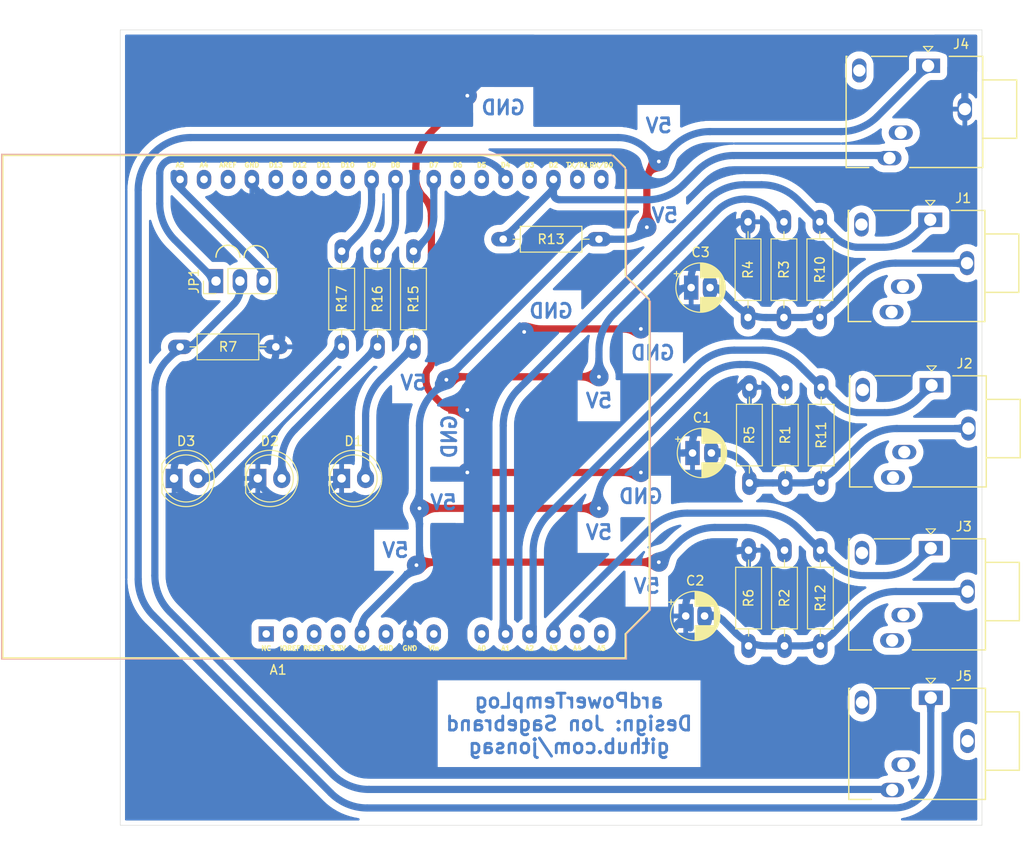
<source format=kicad_pcb>
(kicad_pcb (version 20211014) (generator pcbnew)
  (layers (0 "F.Cu" signal) (31 "B.Cu" signal) (34 "B.Paste" user) (35 "F.Paste" user) (36 "B.SilkS" user "B.Silkscreen") (37 "F.SilkS" user "F.Silkscreen") (38 "B.Mask" user) (39 "F.Mask" user) (44 "Edge.Cuts" user))
  (net 0 "")
  (net 5 "/GND")
  (net 8 "Net-(A1-Pad12)")
  (net 10 "Net-(A1-Pad11)")
  (net 12 "Net-(A1-Pad10)")
  (net 15 "Net-(A1-Pad24)")
  (net 17 "Net-(A1-Pad23)")
  (net 18 "Net-(A1-Pad22)")
  (net 21 "/Collector")
  (net 24 "/Emitter")
  (net 28 "/Data")
  (net 31 "Net-(A1-Pad32)")
  (net 32 "Net-(D1-Pad2)")
  (net 33 "Net-(D2-Pad2)")
  (net 34 "Net-(D3-Pad2)")
  (net 35 "Net-(C1-Pad2)")
  (net 36 "Net-(C2-Pad2)")
  (net 37 "Net-(C3-Pad2)")
  (net 49 "Net-(A1-Pad19)")
  (footprint "My_Misc:LED_D5.0mm_large" (layer "F.Cu") (at 139.695 90.17)
    (fp_text reference "D1")
    (fp_text value "Status LED")
  )
  (footprint "My_Misc:LED_D5.0mm_large" (layer "F.Cu") (at 130.805 90.17)
    (fp_text reference "D2")
    (fp_text value "Polled LED")
  )
  (footprint "My_Misc:LED_D5.0mm_large" (layer "F.Cu") (at 121.92 90.17)
    (fp_text reference "D3")
    (fp_text value "Pulse LED")
  )
  (footprint "My_Misc:My_Jack_3.5mm_Ledino_KB3SPRS_Horizontal" (layer "F.Cu") (at 202.1575 62.71 180)
    (fp_text reference "J1")
    (fp_text value "R1")
  )
  (footprint "My_Misc:My_Jack_3.5mm_Ledino_KB3SPRS_Horizontal" (layer "F.Cu") (at 202.30252 80.27248 180)
    (fp_text reference "J2")
    (fp_text value "S2")
  )
  (footprint "My_Misc:My_Jack_3.5mm_Ledino_KB3SPRS_Horizontal" (layer "F.Cu") (at 202.215 97.5775 180)
    (fp_text reference "J3")
    (fp_text value "T3")
  )
  (footprint "My_Misc:My_Jack_3.5mm_Ledino_KB3SPRS_Horizontal" (layer "F.Cu") (at 201.93 46.355 180)
    (fp_text reference "J4")
    (fp_text value "OneWire bus")
  )
  (footprint "My_Misc:My_Jack_3.5mm_Ledino_KB3SPRS_Horizontal" (layer "F.Cu") (at 202.215 113.4525 180)
    (fp_text reference "J5")
    (fp_text value "LED sensor")
  )
  (footprint "My_Misc:R_Axial_DIN0207_L6.3mm_D2.5mm_P10.16mm_Horizontal_larger_pads" (layer "F.Cu") (at 186.77752 80.48498 -90)
    (fp_text reference "R1")
    (fp_text value "10k" hide)
  )
  (footprint "My_Misc:R_Axial_DIN0207_L6.3mm_D2.5mm_P10.16mm_Horizontal_larger_pads" (layer "F.Cu") (at 186.69 97.79 -90)
    (fp_text reference "R2")
    (fp_text value "10k" hide)
  )
  (footprint "My_Misc:R_Axial_DIN0207_L6.3mm_D2.5mm_P10.16mm_Horizontal_larger_pads" (layer "F.Cu") (at 186.6325 62.9225 -90)
    (fp_text reference "R3")
    (fp_text value "10k" hide)
  )
  (footprint "My_Misc:R_Axial_DIN0207_L6.3mm_D2.5mm_P10.16mm_Horizontal_larger_pads" (layer "F.Cu") (at 182.8225 73.0825 90)
    (fp_text reference "R4")
    (fp_text value "10k" hide)
  )
  (footprint "My_Misc:R_Axial_DIN0207_L6.3mm_D2.5mm_P10.16mm_Horizontal_larger_pads" (layer "F.Cu") (at 182.96752 90.64498 90)
    (fp_text reference "R5")
    (fp_text value "10k" hide)
  )
  (footprint "My_Misc:R_Axial_DIN0207_L6.3mm_D2.5mm_P10.16mm_Horizontal_larger_pads" (layer "F.Cu") (at 182.88 107.95 90)
    (fp_text reference "R6")
    (fp_text value "10k" hide)
  )
  (footprint "My_Misc:R_Axial_DIN0207_L6.3mm_D2.5mm_P10.16mm_Horizontal_larger_pads" (layer "F.Cu") (at 132.715 76.2 180)
    (fp_text reference "R7")
    (fp_text value "10k" hide)
  )
  (footprint "My_Misc:R_Axial_DIN0207_L6.3mm_D2.5mm_P10.16mm_Horizontal_larger_pads" (layer "F.Cu") (at 190.4425 62.9225 -90)
    (fp_text reference "R10")
    (fp_text value "33R" hide)
  )
  (footprint "My_Misc:R_Axial_DIN0207_L6.3mm_D2.5mm_P10.16mm_Horizontal_larger_pads" (layer "F.Cu") (at 190.58752 80.48498 -90)
    (fp_text reference "R11")
    (fp_text value "33R" hide)
  )
  (footprint "My_Misc:R_Axial_DIN0207_L6.3mm_D2.5mm_P10.16mm_Horizontal_larger_pads" (layer "F.Cu") (at 190.5 97.79 -90)
    (fp_text reference "R12")
    (fp_text value "33R" hide)
  )
  (footprint "My_Misc:R_Axial_DIN0207_L6.3mm_D2.5mm_P10.16mm_Horizontal_larger_pads" (layer "F.Cu") (at 156.845 64.77)
    (fp_text reference "R13")
    (fp_text value "4.7k" hide)
  )
  (footprint "My_Misc:R_Axial_DIN0207_L6.3mm_D2.5mm_P10.16mm_Horizontal_larger_pads" (layer "F.Cu") (at 147.32 66.04 -90)
    (fp_text reference "R15")
    (fp_text value "220R" hide)
  )
  (footprint "My_Misc:R_Axial_DIN0207_L6.3mm_D2.5mm_P10.16mm_Horizontal_larger_pads" (layer "F.Cu") (at 143.51 66.04 -90)
    (fp_text reference "R16")
    (fp_text value "220R" hide)
  )
  (footprint "My_Misc:R_Axial_DIN0207_L6.3mm_D2.5mm_P10.16mm_Horizontal_larger_pads" (layer "F.Cu") (at 139.7 66.04 -90)
    (fp_text reference "R17")
    (fp_text value "220R" hide)
  )
  (footprint "My_Misc:CP_Radial_D5.0mm_P2.00mm_larger" (layer "F.Cu") (at 176.787388 69.9075)
    (fp_text reference "C3")
    (fp_text value "10u")
  )
  (footprint "My_Arduino:Arduino_UNO_R3_shield_large" (layer "F.Cu") (at 122.555 58.42)
    (fp_text reference "A1")
    (fp_text value "Arduino_UNO_R3")
  )
  (footprint "My_Misc:CP_Radial_D5.0mm_P2.00mm_larger" (layer "F.Cu") (at 176.209888 104.775)
    (fp_text reference "C2")
    (fp_text value "10u")
  )
  (footprint "My_Parts:Jumper_1x03_P2.54mm_large" (layer "F.Cu") (at 126.365 69.215 90)
    (fp_text reference "JP1")
    (fp_text value "Analog/digital" hide)
  )
  (footprint "My_Misc:CP_Radial_D5.0mm_P2.00mm_larger" (layer "F.Cu") (at 176.932408 87.46998)
    (fp_text reference "C1")
    (fp_text value "10u")
  )
  (gr_line (start 207.645 127) (end 116.205 127) (layer "Edge.Cuts") (width 0.05))
  (gr_line (start 207.645 42.545) (end 207.645 127) (layer "Edge.Cuts") (width 0.05))
  (gr_line (start 116.205 127) (end 116.205 42.545) (layer "Edge.Cuts") (width 0.05))
  (gr_line (start 116.205 42.545) (end 207.645 42.545) (layer "Edge.Cuts") (width 0.05))
  (gr_text "ardPowerTempLog\nDesign: Jon Sagebrand\ngithub.com/jonsag" (at 163.83 116.205) (layer "B.Cu") (effects (font (size 1.5 1.5) (thickness 0.3)) (justify mirror)))
  (gr_text "5V" (at 150.495 92.71) (layer "B.Cu") (effects (font (size 1.5 1.5) (thickness 0.3)) (justify mirror)))
  (gr_text "5V" (at 167.005 81.915) (layer "B.Cu") (effects (font (size 1.5 1.5) (thickness 0.3)) (justify mirror)))
  (gr_text "5V" (at 173.99 62.23) (layer "B.Cu") (effects (font (size 1.5 1.5) (thickness 0.3)) (justify mirror)))
  (gr_text "GND" (at 172.72 76.835) (layer "B.Cu") (effects (font (size 1.5 1.5) (thickness 0.3)) (justify mirror)))
  (gr_text "5V" (at 145.415 97.79) (layer "B.Cu") (effects (font (size 1.5 1.5) (thickness 0.3)) (justify mirror)))
  (gr_text "GND" (at 161.925 72.39) (layer "B.Cu") (effects (font (size 1.5 1.5) (thickness 0.3)) (justify mirror)))
  (gr_text "5V" (at 172.085 101.6) (layer "B.Cu") (effects (font (size 1.5 1.5) (thickness 0.3)) (justify mirror)))
  (gr_text "5V" (at 147.32 80.01) (layer "B.Cu") (effects (font (size 1.5 1.5) (thickness 0.3)) (justify mirror)))
  (gr_text "5V" (at 167.005 95.885) (layer "B.Cu") (effects (font (size 1.5 1.5) (thickness 0.3)) (justify mirror)))
  (gr_text "GND" (at 156.845 50.8) (layer "B.Cu") (effects (font (size 1.5 1.5) (thickness 0.3)) (justify mirror)))
  (gr_text "GND" (at 171.45 92.075) (layer "B.Cu") (effects (font (size 1.5 1.5) (thickness 0.3)) (justify mirror)))
  (gr_text "5V" (at 173.355 52.705) (layer "B.Cu") (effects (font (size 1.5 1.5) (thickness 0.3)) (justify mirror)))
  (gr_text "GND" (at 151.13 85.725 90) (layer "B.Cu") (effects (font (size 1.5 1.5) (thickness 0.3)) (justify mirror)))
  (segment (start 171.45 74.295) (end 159.609506 74.295) (width 0.762) (layer "F.Cu") (net 5))
  (segment (start 149.286203 81.2188) (end 150.234993 82.16759) (width 0.762) (layer "F.Cu") (net 5))
  (segment (start 159.0675 74.6125) (end 159.22625 74.45375) (width 0.762) (layer "F.Cu") (net 5))
  (segment (start 149.150299 53.4147) (end 153.035 49.53) (width 0.762) (layer "F.Cu") (net 5))
  (segment (start 149.22452 62.28648) (end 149.22452 77.824456) (width 0.762) (layer "F.Cu") (net 5))
  (segment (start 148.653989 79.6925) (end 148.653989 79.20184) (width 0.762) (layer "F.Cu") (net 5))
  (segment (start 152.000683 82.898963) (end 153.035 82.898963) (width 0.762) (layer "F.Cu") (net 5))
  (segment (start 171.45 89.535) (end 153.035 89.535) (width 0.762) (layer "F.Cu") (net 5))
  (segment (start 147.570492 57.228693) (end 147.570492 58.293303) (width 0.762) (layer "F.Cu") (net 5))
  (via (at 159.0675 74.6125) (size 2.032) (drill 0.4) (layers "F.Cu" "B.Cu") (net 5))
  (via (at 171.45 89.535) (size 2.032) (drill 0.4) (layers "F.Cu" "B.Cu") (net 5))
  (via (at 153.035 49.53) (size 2.032) (drill 0.4) (layers "F.Cu" "B.Cu") (net 5))
  (via (at 153.035 89.535) (size 2.032) (drill 0.4) (layers "F.Cu" "B.Cu") (net 5))
  (via (at 171.45 74.295) (size 2.032) (drill 0.4) (layers "F.Cu" "B.Cu") (net 5))
  (via (at 153.035 82.898963) (size 2.032) (drill 0.4) (layers "F.Cu" "B.Cu") (net 5))
  (arc (start 150.234993 82.16759) (mid 151.045098 82.708885) (end 152.000683 82.898963) (width 0.762) (layer "F.Cu") (net 5))
  (arc (start 147.570492 58.293303) (mid 147.785425 59.373849) (end 148.397506 60.289892) (width 0.762) (layer "F.Cu") (net 5))
  (arc (start 148.397506 60.289892) (mid 149.009586 61.205934) (end 149.22452 62.28648) (width 0.762) (layer "F.Cu") (net 5))
  (arc (start 148.653989 79.6925) (mid 148.818296 80.518527) (end 149.286203 81.2188) (width 0.762) (layer "F.Cu") (net 5))
  (arc (start 148.939254 78.513148) (mid 148.728126 78.829122) (end 148.653989 79.20184) (width 0.762) (layer "F.Cu") (net 5))
  (arc (start 159.22625 74.45375) (mid 159.402089 74.336257) (end 159.609506 74.295) (width 0.762) (layer "F.Cu") (net 5))
  (arc (start 149.22452 77.824456) (mid 149.150381 78.197173) (end 148.939254 78.513148) (width 0.762) (layer "F.Cu") (net 5))
  (arc (start 149.150299 53.4147) (mid 147.98107 55.164575) (end 147.570492 57.228693) (width 0.762) (layer "F.Cu") (net 5))
  (segment (start 131.856491 109.855) (end 143.432961 109.855) (width 0.762) (layer "B.Cu") (net 5))
  (segment (start 130.81 90.404779) (end 130.81 90.17) (width 0.762) (layer "B.Cu") (net 5))
  (segment (start 146.685 106.9975) (end 146.685 106.045) (width 0.762) (layer "B.Cu") (net 5))
  (segment (start 176.787388 69.432556) (end 176.787388 68.8915) (width 0.762) (layer "B.Cu") (net 5))
  (segment (start 129.72574 91.24926) (end 130.805 90.17) (width 0.762) (layer "B.Cu") (net 5))
  (segment (start 130.624012 59.504012) (end 131.76226 60.64226) (width 0.762) (layer "B.Cu") (net 5))
  (segment (start 151.441207 100.395804) (end 147.563629 104.273382) (width 0.762) (layer "B.Cu") (net 5))
  (segment (start 177.650828 84.719559) (end 182.36233 80.008057) (width 0.762) (layer "B.Cu") (net 5))
  (segment (start 176.209885 104.775) (end 173.74016 107.244726) (width 0.762) (layer "B.Cu") (net 5))
  (segment (start 121.92 89.56675) (end 121.92 90.13825) (width 0.762) (layer "B.Cu") (net 5))
  (segment (start 138.866573 90.998426) (end 138.615739 91.249259) (width 0.762) (layer "B.Cu") (net 5))
  (segment (start 182.345577 63.080577) (end 182.8225 63.5575) (width 0.762) (layer "B.Cu") (net 5))
  (segment (start 153.035 89.535) (end 153.035 96.548048) (width 0.762) (layer "B.Cu") (net 5))
  (segment (start 121.92 90.13825) (end 121.92 90.4875) (width 0.762) (layer "B.Cu") (net 5))
  (segment (start 122.144506 91.029506) (end 122.68176 91.56676) (width 0.762) (layer "B.Cu") (net 5))
  (segment (start 146.685 106.758693) (end 146.685 106.68) (width 0.762) (layer "B.Cu") (net 5))
  (segment (start 146.935012 105.791) (end 146.935012 106.68) (width 0.762) (layer "B.Cu") (net 5))
  (segment (start 150.101149 108.83852) (end 169.892404 108.83852) (width 0.762) (layer "B.Cu") (net 5))
  (segment (start 176.686138 106.045) (end 176.686138 104.013) (width 0.762) (layer "B.Cu") (net 5))
  (segment (start 129.752501 102.366462) (end 129.752501 107.751009) (width 0.762) (layer "B.Cu") (net 5))
  (segment (start 130.976014 90.805573) (end 131.65448 91.484039) (width 0.762) (layer "B.Cu") (net 5))
  (segment (start 132.221085 78.090914) (end 122.548617 87.763382) (width 0.762) (layer "B.Cu") (net 5))
  (segment (start 176.209888 104.774998) (end 176.209888 103.759) (width 0.762) (layer "B.Cu") (net 5))
  (segment (start 145.7325 108.9025) (end 146.01148 108.623519) (width 0.762) (layer "B.Cu") (net 5))
  (segment (start 176.928308 102.024579) (end 180.33129 98.621597) (width 0.762) (layer "B.Cu") (net 5))
  (segment (start 182.338944 97.79) (end 183.515 97.79) (width 0.762) (layer "B.Cu") (net 5))
  (segment (start 133.34952 75.116806) (end 133.34952 64.474244) (width 0.762) (layer "B.Cu") (net 5))
  (segment (start 133.693236 92.32852) (end 136.010175 92.32852) (width 0.762) (layer "B.Cu") (net 5))
  (segment (start 130.175 58.42) (end 130.175 57.785) (width 0.762) (layer "B.Cu") (net 5))
  (segment (start 175.916408 87.46998) (end 174.975209 87.46998) (width 0.762) (layer "B.Cu") (net 5))
  (segment (start 132.715 76.8985) (end 132.715 76.648673) (width 0.762) (layer "B.Cu") (net 5))
  (segment (start 171.45 89.535) (end 172.48251 88.50249) (width 0.762) (layer "B.Cu") (net 5))
  (segment (start 153.035 89.535) (end 153.035 82.898963) (width 0.762) (layer "B.Cu") (net 5))
  (segment (start 138.866573 90.998426) (end 131.346293 98.518706) (width 0.762) (layer "B.Cu") (net 5))
  (segment (start 183.125597 80.008057) (end 183.60252 80.48498) (width 0.762) (layer "B.Cu") (net 5))
  (segment (start 127.120175 92.32852) (end 124.520811 92.32852) (width 0.762) (layer "B.Cu") (net 5))
  (segment (start 159.0675 74.6125) (end 159.385 74.295) (width 0.762) (layer "B.Cu") (net 5))
  (segment (start 121.92 89.281) (end 121.92 89.56675) (width 0.762) (layer "B.Cu") (net 5))
  (segment (start 156.528727 46.036272) (end 153.035 49.53) (width 0.762) (layer "B.Cu") (net 5))
  (segment (start 202.411484 44.44248) (end 160.376483 44.44248) (width 0.762) (layer "B.Cu") (net 5))
  (segment (start 147.685567 107.837953) (end 146.740644 106.89303) (width 0.762) (layer "B.Cu") (net 5))
  (segment (start 159.0675 74.6125) (end 154.628792 79.051207) (width 0.762) (layer "B.Cu") (net 5))
  (segment (start 177.505808 67.157079) (end 181.58231 63.080577) (width 0.762) (layer "B.Cu") (net 5))
  (segment (start 171.45 74.295) (end 175.501663 70.243336) (width 0.762) (layer "B.Cu") (net 5))
  (segment (start 205.83 47.860995) (end 205.83 50.955) (width 0.762) (layer "B.Cu") (net 5))
  (arc (start 138.615739 91.249259) (mid 137.420296 92.048029) (end 136.010175 92.32852) (width 0.762) (layer "B.Cu") (net 5))
  (arc (start 131.346293 98.518706) (mid 130.166714 100.284071) (end 129.752501 102.366462) (width 0.762) (layer "B.Cu") (net 5))
  (arc (start 131.76226 60.64226) (mid 132.937004 62.400389) (end 133.34952 64.474244) (width 0.762) (layer "B.Cu") (net 5))
  (arc (start 204.82874 45.44374) (mid 205.569781 46.552786) (end 205.83 47.860995) (width 0.762) (layer "B.Cu") (net 5))
  (arc (start 122.68176 91.56676) (mid 123.525523 92.130545) (end 124.520811 92.32852) (width 0.762) (layer "B.Cu") (net 5))
  (arc (start 146.935012 105.791) (mid 147.098384 104.969671) (end 147.563629 104.273382) (width 0.762) (layer "B.Cu") (net 5))
  (arc (start 160.376483 44.44248) (mid 158.294092 44.856693) (end 156.528727 46.036272) (width 0.762) (layer "B.Cu") (net 5))
  (arc (start 133.693236 92.32852) (mid 132.589869 92.109046) (end 131.65448 91.484039) (width 0.762) (layer "B.Cu") (net 5))
  (arc (start 176.928308 102.024579) (mid 176.396599 102.820338) (end 176.209888 103.759) (width 0.762) (layer "B.Cu") (net 5))
  (arc (start 153.035 96.548048) (mid 152.620786 98.630438) (end 151.441207 100.395804) (width 0.762) (layer "B.Cu") (net 5))
  (arc (start 145.7325 108.9025) (mid 144.677462 109.607453) (end 143.432961 109.855) (width 0.762) (layer "B.Cu") (net 5))
  (arc (start 121.92 89.281) (mid 122.083372 88.459671) (end 122.548617 87.763382) (width 0.762) (layer "B.Cu") (net 5))
  (arc (start 204.82874 45.44374) (mid 203.719693 44.702698) (end 202.411484 44.44248) (width 0.762) (layer "B.Cu") (net 5))
  (arc (start 131.856491 109.855) (mid 131.051328 109.694843) (end 130.368745 109.238755) (width 0.762) (layer "B.Cu") (net 5))
  (arc (start 175.501663 70.243336) (mid 175.873652 69.99478) (end 176.312444 69.9075) (width 0.762) (layer "B.Cu") (net 5))
  (arc (start 176.209888 104.774999) (mid 176.209887 104.774999) (end 176.209886 104.775) (width 0.762) (layer "B.Cu") (net 5))
  (arc (start 181.58231 63.080577) (mid 181.757405 62.963582) (end 181.963944 62.9225) (width 0.762) (layer "B.Cu") (net 5))
  (arc (start 122.144506 91.029506) (mid 121.978347 90.780831) (end 121.92 90.4875) (width 0.762) (layer "B.Cu") (net 5))
  (arc (start 176.209888 104.774998) (mid 176.209887 104.774999) (end 176.209887 104.775) (width 0.762) (layer "B.Cu") (net 5))
  (arc (start 176.209885 104.775) (mid 176.209886 104.774999) (end 176.209888 104.774998) (width 0.762) (layer "B.Cu") (net 5))
  (arc (start 176.209887 104.775) (mid 176.209887 104.774999) (end 176.209888 104.774999) (width 0.762) (layer "B.Cu") (net 5))
  (arc (start 182.36233 80.008057) (mid 182.537425 79.891062) (end 182.743964 79.84998) (width 0.762) (layer "B.Cu") (net 5))
  (arc (start 132.221085 78.090914) (mid 132.586635 77.543829) (end 132.715 76.8985) (width 0.762) (layer "B.Cu") (net 5))
  (arc (start 176.209886 104.775) (mid 176.209886 104.775) (end 176.209887 104.775) (width 0.762) (layer "B.Cu") (net 5))
  (arc (start 176.787388 69.432556) (mid 176.64828 69.768392) (end 176.312444 69.9075) (width 0.762) (layer "B.Cu") (net 5))
  (arc (start 175.916408 87.46998) (mid 176.634828 87.1724) (end 176.932408 86.45398) (width 0.762) (layer "B.Cu") (net 5))
  (arc (start 146.685 106.9975) (mid 146.509957 107.877495) (end 146.01148 108.623519) (width 0.762) (layer "B.Cu") (net 5))
  (arc (start 176.209887 104.775) (mid 176.209886 104.775) (end 176.209885 104.775) (width 0.762) (layer "B.Cu") (net 5))
  (arc (start 176.932408 86.45398) (mid 177.119119 85.515318) (end 177.650828 84.719559) (width 0.762) (layer "B.Cu") (net 5))
  (arc (start 133.03226 75.88274) (mid 133.267066 75.531326) (end 133.34952 75.116806) (width 0.762) (layer "B.Cu") (net 5))
  (arc (start 146.740644 106.89303) (mid 146.699461 106.831395) (end 146.685 106.758693) (width 0.762) (layer "B.Cu") (net 5))
  (arc (start 133.03226 75.88274) (mid 132.797453 76.234153) (end 132.715 76.648673) (width 0.762) (layer "B.Cu") (net 5))
  (arc (start 129.72574 91.24926) (mid 128.530296 92.048029) (end 127.120175 92.32852) (width 0.762) (layer "B.Cu") (net 5))
  (arc (start 182.345577 63.080577) (mid 182.170482 62.963582) (end 181.963944 62.9225) (width 0.762) (layer "B.Cu") (net 5))
  (arc (start 173.74016 107.244726) (mid 171.974794 108.424306) (end 169.892404 108.83852) (width 0.762) (layer "B.Cu") (net 5))
  (arc (start 154.628792 79.051207) (mid 153.449213 80.816572) (end 153.035 82.898963) (width 0.762) (layer "B.Cu") (net 5))
  (arc (start 147.685567 107.837953) (mid 148.793845 108.578481) (end 150.101149 108.83852) (width 0.762) (layer "B.Cu") (net 5))
  (arc (start 130.624012 59.504012) (mid 130.291694 59.006663) (end 130.175 58.42) (width 0.762) (layer "B.Cu") (net 5))
  (arc (start 130.368745 109.238755) (mid 129.912657 108.556171) (end 129.752501 107.751009) (width 0.762) (layer "B.Cu") (net 5))
  (arc (start 177.505808 67.157079) (mid 176.974099 67.952838) (end 176.787388 68.8915) (width 0.762) (layer "B.Cu") (net 5))
  (arc (start 183.125597 80.008057) (mid 182.950502 79.891062) (end 182.743964 79.84998) (width 0.762) (layer "B.Cu") (net 5))
  (arc (start 138.866573 90.998426) (mid 138.866573 90.998425) (end 138.866573 90.998426) (width 0.762) (layer "B.Cu") (net 5))
  (arc (start 130.81 90.404779) (mid 130.853145 90.621687) (end 130.976014 90.805573) (width 0.762) (layer "B.Cu") (net 5))
  (arc (start 174.975209 87.46998) (mid 173.62617 87.73832) (end 172.48251 88.50249) (width 0.762) (layer "B.Cu") (net 5))
  (arc (start 180.33129 98.621597) (mid 181.252409 98.006125) (end 182.338944 97.79) (width 0.762) (layer "B.Cu") (net 5))
  (segment (start 191.85001 99.14001) (end 189.646109 96.936109) (width 0.762) (layer "B.Cu") (net 8))
  (segment (start 184.309996 93.85396) (end 176.370003 93.85396) (width 0.762) (layer "B.Cu") (net 8))
  (segment (start 188.653871 95.943871) (end 189.646109 96.936109) (width 0.762) (layer "B.Cu") (net 8))
  (segment (start 161.925 106.3625) (end 161.925 106.68) (width 0.762) (layer "B.Cu") (net 8))
  (segment (start 200.75874 99.03376) (end 202.215 97.5775) (width 0.762) (layer "B.Cu") (net 8))
  (segment (start 172.522247 95.447752) (end 162.149506 105.820493) (width 0.762) (layer "B.Cu") (net 8))
  (segment (start 195.109222 100.49002) (end 197.243017 100.49002) (width 0.762) (layer "B.Cu") (net 8))
  (segment (start 188.653871 95.943871) (end 188.157752 95.447752) (width 0.762) (layer "B.Cu") (net 8))
  (arc (start 161.925 106.3625) (mid 161.983347 106.069168) (end 162.149506 105.820493) (width 0.762) (layer "B.Cu") (net 8))
  (arc (start 176.370003 93.85396) (mid 174.287612 94.268173) (end 172.522247 95.447752) (width 0.762) (layer "B.Cu") (net 8))
  (arc (start 184.309996 93.85396) (mid 186.392386 94.268173) (end 188.157752 95.447752) (width 0.762) (layer "B.Cu") (net 8))
  (arc (start 197.243017 100.49002) (mid 199.145712 100.11155) (end 200.75874 99.03376) (width 0.762) (layer "B.Cu") (net 8))
  (arc (start 195.109222 100.49002) (mid 193.345349 100.139163) (end 191.85001 99.14001) (width 0.762) (layer "B.Cu") (net 8))
  (segment (start 188.245273 78.142733) (end 188.741391 78.638851) (width 0.762) (layer "B.Cu") (net 10))
  (segment (start 188.741391 78.638851) (end 189.733628 79.631088) (width 0.762) (layer "B.Cu") (net 10))
  (segment (start 200.84626 81.72874) (end 202.30252 80.27248) (width 0.762) (layer "B.Cu") (net 10))
  (segment (start 181.36044 76.548941) (end 184.397517 76.548941) (width 0.762) (layer "B.Cu") (net 10))
  (segment (start 191.93753 81.83499) (end 189.733628 79.631088) (width 0.762) (layer "B.Cu") (net 10))
  (segment (start 177.512684 78.142733) (end 161.613792 94.041625) (width 0.762) (layer "B.Cu") (net 10))
  (segment (start 160.02 97.889381) (end 160.02 107.315) (width 0.762) (layer "B.Cu") (net 10))
  (segment (start 194.459112 83.185) (end 197.330537 83.185) (width 0.762) (layer "B.Cu") (net 10))
  (arc (start 194.459112 83.185) (mid 193.241165 82.834143) (end 191.93753 81.83499) (width 0.762) (layer "B.Cu") (net 10))
  (arc (start 181.36044 76.548941) (mid 179.278049 76.963154) (end 177.512684 78.142733) (width 0.762) (layer "B.Cu") (net 10))
  (arc (start 161.613792 94.041625) (mid 160.434213 95.80699) (end 160.02 97.889381) (width 0.762) (layer "B.Cu") (net 10))
  (arc (start 188.245273 78.142733) (mid 186.479907 76.963154) (end 184.397517 76.548941) (width 0.762) (layer "B.Cu") (net 10))
  (arc (start 197.330537 83.185) (mid 199.233232 82.80653) (end 200.84626 81.72874) (width 0.762) (layer "B.Cu") (net 10))
  (segment (start 191.79251 64.27251) (end 189.588608 62.068608) (width 0.762) (layer "B.Cu") (net 12))
  (segment (start 188.596371 61.076371) (end 188.100253 60.580253) (width 0.762) (layer "B.Cu") (net 12))
  (segment (start 188.596371 61.076371) (end 189.588608 62.068608) (width 0.762) (layer "B.Cu") (net 12))
  (segment (start 158.438792 80.706625) (end 178.565164 60.580253) (width 0.762) (layer "B.Cu") (net 12))
  (segment (start 182.41292 58.986461) (end 184.252497 58.986461) (width 0.762) (layer "B.Cu") (net 12))
  (segment (start 156.845 84.554381) (end 156.845 106.68) (width 0.762) (layer "B.Cu") (net 12))
  (segment (start 194.314092 65.62252) (end 197.185517 65.62252) (width 0.762) (layer "B.Cu") (net 12))
  (segment (start 200.70124 64.16626) (end 202.1575 62.71) (width 0.762) (layer "B.Cu") (net 12))
  (arc (start 182.41292 58.986461) (mid 180.330529 59.400674) (end 178.565164 60.580253) (width 0.762) (layer "B.Cu") (net 12))
  (arc (start 200.70124 64.16626) (mid 199.088212 65.24405) (end 197.185517 65.62252) (width 0.762) (layer "B.Cu") (net 12))
  (arc (start 191.79251 64.27251) (mid 193.096145 65.271663) (end 194.314092 65.62252) (width 0.762) (layer "B.Cu") (net 12))
  (arc (start 184.252497 58.986461) (mid 186.334887 59.400674) (end 188.100253 60.580253) (width 0.762) (layer "B.Cu") (net 12))
  (arc (start 158.438792 80.706625) (mid 157.259213 82.47199) (end 156.845 84.554381) (width 0.762) (layer "B.Cu") (net 12))
  (segment (start 141.303471 64.436528) (end 139.7 66.04) (width 0.762) (layer "B.Cu") (net 15))
  (segment (start 142.875012 60.642494) (end 142.875012 58.42) (width 0.762) (layer "B.Cu") (net 15))
  (arc (start 141.303471 64.436528) (mid 142.466581 62.69581) (end 142.875012 60.642494) (width 0.762) (layer "B.Cu") (net 15))
  (segment (start 144.462506 65.087494) (end 143.51 66.04) (width 0.762) (layer "B.Cu") (net 17))
  (segment (start 145.415012 62.787941) (end 145.415012 58.42) (width 0.762) (layer "B.Cu") (net 17))
  (arc (start 144.462506 65.087494) (mid 145.167463 64.03245) (end 145.415012 62.787941) (width 0.762) (layer "B.Cu") (net 17))
  (segment (start 148.397506 64.962494) (end 147.32 66.04) (width 0.762) (layer "B.Cu") (net 18))
  (segment (start 149.475012 62.361164) (end 149.475012 58.42) (width 0.762) (layer "B.Cu") (net 18))
  (arc (start 148.397506 64.962494) (mid 149.194977 63.768993) (end 149.475012 62.361164) (width 0.762) (layer "B.Cu") (net 18))
  (segment (start 151.354506 79.375) (end 167.005 79.375) (width 0.762) (layer "F.Cu") (net 21))
  (segment (start 167.005 93.345) (end 147.955 93.345) (width 0.762) (layer "F.Cu") (net 21))
  (segment (start 173.355 99.06) (end 148.179506 99.06) (width 0.762) (layer "F.Cu") (net 21))
  (segment (start 147.6375 99.3775) (end 147.79625 99.21875) (width 0.762) (layer "F.Cu") (net 21))
  (segment (start 150.8125 79.6925) (end 150.97125 79.53375) (width 0.762) (layer "F.Cu") (net 21))
  (segment (start 172.085 58.683025) (end 172.085 63.5) (width 0.762) (layer "F.Cu") (net 21))
  (segment (start 173.355 56.515) (end 172.72 57.15) (width 0.762) (layer "F.Cu") (net 21))
  (via (at 167.005 93.345) (size 2.032) (drill 0.4) (layers "F.Cu" "B.Cu") (net 21))
  (via (at 147.6375 99.3775) (size 2.032) (drill 0.4) (layers "F.Cu" "B.Cu") (net 21))
  (via (at 150.8125 79.6925) (size 2.032) (drill 0.4) (layers "F.Cu" "B.Cu") (net 21))
  (via (at 147.955 93.345) (size 2.032) (drill 0.4) (layers "F.Cu" "B.Cu") (net 21))
  (via (at 173.355 99.06) (size 2.032) (drill 0.4) (layers "F.Cu" "B.Cu") (net 21))
  (via (at 173.355 56.515) (size 2.032) (drill 0.4) (layers "F.Cu" "B.Cu") (net 21))
  (via (at 172.085 63.5) (size 2.032) (drill 0.4) (layers "F.Cu" "B.Cu") (net 21))
  (via (at 167.005 79.375) (size 2.032) (drill 0.4) (layers "F.Cu" "B.Cu") (net 21))
  (arc (start 172.085 58.683025) (mid 172.250031 57.853357) (end 172.72 57.15) (width 0.762) (layer "F.Cu") (net 21))
  (arc (start 151.354506 79.375) (mid 151.147089 79.416257) (end 150.97125 79.53375) (width 0.762) (layer "F.Cu") (net 21))
  (arc (start 147.79625 99.21875) (mid 147.972089 99.101257) (end 148.179506 99.06) (width 0.762) (layer "F.Cu") (net 21))
  (segment (start 119.824529 55.568792) (end 119.703792 55.68953) (width 0.762) (layer "B.Cu") (net 21))
  (segment (start 182.505 60.50998) (end 182.51407 60.50998) (width 0.762) (layer "B.Cu") (net 21))
  (segment (start 172.085 63.5) (end 171.45 64.135) (width 0.762) (layer "B.Cu") (net 21))
  (segment (start 179.291483 95.37748) (end 182.57157 95.37748) (width 0.762) (layer "B.Cu") (net 21))
  (segment (start 175.443727 96.971272) (end 173.355 99.06) (width 0.762) (layer "B.Cu") (net 21))
  (segment (start 141.855012 105.919994) (end 141.855012 106.68) (width 0.762) (layer "B.Cu") (net 21))
  (segment (start 179.577346 61.722653) (end 168.598792 72.701207) (width 0.762) (layer "B.Cu") (net 21))
  (segment (start 147.955 84.570557) (end 147.955 93.345) (width 0.762) (layer "B.Cu") (net 21))
  (segment (start 147.79625 99.21875) (end 147.6375 99.3775) (width 0.762) (layer "B.Cu") (net 21))
  (segment (start 165.285987 65.219012) (end 150.8125 79.6925) (width 0.762) (layer "B.Cu") (net 21))
  (segment (start 167.005 64.77) (end 166.37 64.77) (width 0.762) (layer "B.Cu") (net 21))
  (segment (start 185.42624 61.71624) (end 186.6325 62.9225) (width 0.762) (layer "B.Cu") (net 21))
  (segment (start 173.355 56.515) (end 174.9425 54.9275) (width 0.762) (layer "B.Cu") (net 21))
  (segment (start 196.538792 51.746207) (end 201.93 46.355) (width 0.762) (layer "B.Cu") (net 21))
  (segment (start 172.085 55.245) (end 173.355 56.515) (width 0.762) (layer "B.Cu") (net 21))
  (segment (start 167.005 76.548963) (end 167.005 79.375) (width 0.762) (layer "B.Cu") (net 21))
  (segment (start 185.57126 79.27872) (end 186.77752 80.48498) (width 0.762) (layer "B.Cu") (net 21))
  (segment (start 147.6375 99.3775) (end 142.392417 104.622582) (width 0.762) (layer "B.Cu") (net 21))
  (segment (start 167.903025 89.906974) (end 178.143747 79.666252) (width 0.762) (layer "B.Cu") (net 21))
  (segment (start 138.553645 123.563227) (end 119.703792 104.713374) (width 0.762) (layer "B.Cu") (net 21))
  (segment (start 192.691036 53.34) (end 178.775064 53.34) (width 0.762) (layer "B.Cu") (net 21))
  (segment (start 181.991503 78.07246) (end 182.65909 78.07246) (width 0.762) (layer "B.Cu") (net 21))
  (segment (start 147.955 98.835493) (end 147.955 93.345) (width 0.762) (layer "B.Cu") (net 21))
  (segment (start 118.11 100.865618) (end 118.11 59.537286) (width 0.762) (layer "B.Cu") (net 21))
  (segment (start 198.370561 125.15702) (end 142.401401 125.15702) (width 0.762) (layer "B.Cu") (net 21))
  (segment (start 151.354506 79.375) (end 151.765 79.375) (width 0.762) (layer "B.Cu") (net 21))
  (segment (start 168.275 64.77) (end 169.916974 64.77) (width 0.762) (layer "B.Cu") (net 21))
  (segment (start 150.8125 79.6925) (end 150.97125 79.53375) (width 0.762) (layer "B.Cu") (net 21))
  (segment (start 150.8125 79.6925) (end 149.38375 81.12125) (width 0.762) (layer "B.Cu") (net 21))
  (segment (start 202.215 121.312581) (end 202.215 113.4525) (width 0.762) (layer "B.Cu") (net 21))
  (segment (start 168.275 64.77) (end 167.005 64.77) (width 0.762) (layer "B.Cu") (net 21))
  (segment (start 169.018948 53.975) (end 123.672286 53.975) (width 0.762) (layer "B.Cu") (net 21))
  (segment (start 167.005 92.075) (end 167.005 93.345) (width 0.762) (layer "B.Cu") (net 21))
  (segment (start 185.48374 96.58374) (end 186.69 97.79) (width 0.762) (layer "B.Cu") (net 21))
  (arc (start 167.005 76.548963) (mid 167.419213 74.466572) (end 168.598792 72.701207) (width 0.762) (layer "B.Cu") (net 21))
  (arc (start 172.085 55.245) (mid 170.678283 54.305062) (end 169.018948 53.975) (width 0.762) (layer "B.Cu") (net 21))
  (arc (start 169.916974 64.77) (mid 170.746641 64.604968) (end 171.45 64.135) (width 0.762) (layer "B.Cu") (net 21))
  (arc (start 138.553645 123.563227) (mid 140.31901 124.742806) (end 142.401401 125.15702) (width 0.762) (layer "B.Cu") (net 21))
  (arc (start 119.703792 55.68953) (mid 118.524213 57.454895) (end 118.11 59.537286) (width 0.762) (layer "B.Cu") (net 21))
  (arc (start 142.392417 104.622582) (mid 141.994679 105.217839) (end 141.855012 105.919994) (width 0.762) (layer "B.Cu") (net 21))
  (arc (start 182.65909 78.07246) (mid 184.235145 78.385956) (end 185.57126 79.27872) (width 0.762) (layer "B.Cu") (net 21))
  (arc (start 151.354506 79.375) (mid 151.147089 79.416257) (end 150.97125 79.53375) (width 0.762) (layer "B.Cu") (net 21))
  (arc (start 167.005 92.075) (mid 167.238389 90.901672) (end 167.903025 89.906974) (width 0.762) (layer "B.Cu") (net 21))
  (arc (start 181.991503 78.07246) (mid 179.909112 78.486673) (end 178.143747 79.666252) (width 0.762) (layer "B.Cu") (net 21))
  (arc (start 185.48374 96.58374) (mid 184.147625 95.690976) (end 182.57157 95.37748) (width 0.762) (layer "B.Cu") (net 21))
  (arc (start 123.672286 53.975) (mid 121.589895 54.389213) (end 119.824529 55.568792) (width 0.762) (layer "B.Cu") (net 21))
  (arc (start 147.955 84.570557) (mid 148.32632 82.703805) (end 149.38375 81.12125) (width 0.762) (layer "B.Cu") (net 21))
  (arc (start 185.42624 61.71624) (mid 184.090125 60.823476) (end 182.51407 60.50998) (width 0.762) (layer "B.Cu") (net 21))
  (arc (start 178.775064 53.34) (mid 176.700895 53.752577) (end 174.9425 54.9275) (width 0.762) (layer "B.Cu") (net 21))
  (arc (start 118.11 100.865618) (mid 118.524213 102.948008) (end 119.703792 104.713374) (width 0.762) (layer "B.Cu") (net 21))
  (arc (start 175.443727 96.971272) (mid 177.209092 95.791693) (end 179.291483 95.37748) (width 0.762) (layer "B.Cu") (net 21))
  (arc (start 165.285987 65.219012) (mid 165.783336 64.886694) (end 166.37 64.77) (width 0.762) (layer "B.Cu") (net 21))
  (arc (start 201.08899 124.03101) (mid 199.841764 124.864379) (end 198.370561 125.15702) (width 0.762) (layer "B.Cu") (net 21))
  (arc (start 192.691036 53.34) (mid 194.773426 52.925786) (end 196.538792 51.746207) (width 0.762) (layer "B.Cu") (net 21))
  (arc (start 202.215 121.312581) (mid 201.922359 122.783784) (end 201.08899 124.03101) (width 0.762) (layer "B.Cu") (net 21))
  (arc (start 147.955 98.835493) (mid 147.913742 99.04291) (end 147.79625 99.21875) (width 0.762) (layer "B.Cu") (net 21))
  (arc (start 179.577346 61.722653) (mid 180.920565 60.825143) (end 182.505 60.50998) (width 0.762) (layer "B.Cu") (net 21))
  (segment (start 119.877489 100.478525) (end 119.877489 80.770797) (width 0.762) (layer "B.Cu") (net 24))
  (segment (start 142.588963 123.19) (end 198.755 123.19) (width 0.762) (layer "B.Cu") (net 24))
  (segment (start 128.905 70.103511) (end 128.905 69.215) (width 0.762) (layer "B.Cu") (net 24))
  (segment (start 124.100787 75.796234) (end 128.276727 71.620294) (width 0.762) (layer "B.Cu") (net 24))
  (segment (start 121.216244 77.538755) (end 122.151234 76.603765) (width 0.762) (layer "B.Cu") (net 24))
  (segment (start 138.741207 121.596207) (end 121.471281 104.326281) (width 0.762) (layer "B.Cu") (net 24))
  (arc (start 124.100787 75.796234) (mid 123.653556 76.095064) (end 123.126011 76.2) (width 0.762) (layer "B.Cu") (net 24))
  (arc (start 128.905 70.103511) (mid 128.741717 70.924388) (end 128.276727 71.620294) (width 0.762) (layer "B.Cu") (net 24))
  (arc (start 119.877489 100.478525) (mid 120.291702 102.560915) (end 121.471281 104.326281) (width 0.762) (layer "B.Cu") (net 24))
  (arc (start 122.151234 76.603765) (mid 122.598465 76.304935) (end 123.126011 76.2) (width 0.762) (layer "B.Cu") (net 24))
  (arc (start 121.216244 77.538755) (mid 120.22542 79.021628) (end 119.877489 80.770797) (width 0.762) (layer "B.Cu") (net 24))
  (arc (start 138.741207 121.596207) (mid 140.506572 122.775786) (end 142.588963 123.19) (width 0.762) (layer "B.Cu") (net 24))
  (segment (start 162.8246 60.57852) (end 172.117516 60.57852) (width 0.762) (layer "B.Cu") (net 28))
  (segment (start 162.335493 59.279506) (end 156.845 64.77) (width 0.762) (layer "B.Cu") (net 28))
  (segment (start 177.476207 57.473792) (end 175.965272 58.984726) (width 0.762) (layer "B.Cu") (net 28))
  (segment (start 181.323963 55.88) (end 197.485 55.88) (width 0.762) (layer "B.Cu") (net 28))
  (segment (start 162.175012 59.928931) (end 162.175012 58.42) (width 0.762) (layer "B.Cu") (net 28))
  (segment (start 162.56 58.7375) (end 162.56 58.42) (width 0.762) (layer "B.Cu") (net 28))
  (arc (start 177.476207 57.473792) (mid 179.241572 56.294213) (end 181.323963 55.88) (width 0.762) (layer "B.Cu") (net 28))
  (arc (start 162.56 58.7375) (mid 162.501652 59.030831) (end 162.335493 59.279506) (width 0.762) (layer "B.Cu") (net 28))
  (arc (start 175.965272 58.984726) (mid 174.199906 60.164306) (end 172.117516 60.57852) (width 0.762) (layer "B.Cu") (net 28))
  (arc (start 162.365272 60.38826) (mid 162.224458 60.177518) (end 162.175012 59.928931) (width 0.762) (layer "B.Cu") (net 28))
  (arc (start 162.365272 60.38826) (mid 162.576013 60.529073) (end 162.8246 60.57852) (width 0.762) (layer "B.Cu") (net 28))
  (segment (start 131.445 68.707) (end 131.445 69.215) (width 0.762) (layer "B.Cu") (net 31))
  (segment (start 121.92 58.2295) (end 121.92 57.785) (width 0.762) (layer "B.Cu") (net 31))
  (segment (start 122.234308 58.988308) (end 131.085789 67.839789) (width 0.762) (layer "B.Cu") (net 31))
  (arc (start 122.234308 58.988308) (mid 122.001685 58.640164) (end 121.92 58.2295) (width 0.762) (layer "B.Cu") (net 31))
  (arc (start 131.085789 67.839789) (mid 131.351644 68.237669) (end 131.445 68.707) (width 0.762) (layer "B.Cu") (net 31))
  (segment (start 143.833792 79.686207) (end 147.32 76.2) (width 0.762) (layer "B.Cu") (net 32))
  (segment (start 142.24 83.533963) (end 142.24 90.17) (width 0.762) (layer "B.Cu") (net 32))
  (arc (start 143.833792 79.686207) (mid 142.654213 81.451572) (end 142.24 83.533963) (width 0.762) (layer "B.Cu") (net 32))
  (segment (start 133.35 88.265) (end 133.35 90.17) (width 0.762) (layer "B.Cu") (net 33))
  (segment (start 134.697038 85.012961) (end 143.51 76.2) (width 0.762) (layer "B.Cu") (net 33))
  (arc (start 134.697038 85.012961) (mid 133.700083 86.505009) (end 133.35 88.265) (width 0.762) (layer "B.Cu") (net 33))
  (segment (start 126.179012 89.720987) (end 139.7 76.2) (width 0.762) (layer "B.Cu") (net 34))
  (segment (start 125.095 90.17) (end 124.46 90.17) (width 0.762) (layer "B.Cu") (net 34))
  (arc (start 125.095 90.17) (mid 125.681663 90.053305) (end 126.179012 89.720987) (width 0.762) (layer "B.Cu") (net 34))
  (segment (start 180.043174 87.46998) (end 178.836919 87.46998) (width 0.762) (layer "B.Cu") (net 35))
  (segment (start 184.284247 90.64498) (end 183.695975 90.64498) (width 0.762) (layer "B.Cu") (net 35))
  (segment (start 185.460792 90.64498) (end 188.68252 90.64498) (width 0.762) (layer "B.Cu") (net 35))
  (segment (start 185.460792 90.64498) (end 184.284247 90.64498) (width 0.762) (layer "B.Cu") (net 35))
  (segment (start 182.452424 88.672974) (end 182.102381 88.322931) (width 0.762) (layer "B.Cu") (net 35))
  (segment (start 194.766227 86.466272) (end 191.934558 89.297941) (width 0.762) (layer "B.Cu") (net 35))
  (segment (start 198.613983 84.87248) (end 206.20252 84.87248) (width 0.762) (layer "B.Cu") (net 35))
  (arc (start 188.68252 90.64498) (mid 190.44251 90.294895) (end 191.934558 89.297941) (width 0.762) (layer "B.Cu") (net 35))
  (arc (start 182.452424 88.672974) (mid 182.83365 89.24352) (end 182.96752 89.916525) (width 0.762) (layer "B.Cu") (net 35))
  (arc (start 194.766227 86.466272) (mid 196.531592 85.286693) (end 198.613983 84.87248) (width 0.762) (layer "B.Cu") (net 35))
  (arc (start 182.96752 89.916525) (mid 183.180879 90.43162) (end 183.695975 90.64498) (width 0.762) (layer "B.Cu") (net 35))
  (arc (start 180.043174 87.46998) (mid 181.157609 87.691654) (end 182.102381 88.322931) (width 0.762) (layer "B.Cu") (net 35))
  (segment (start 198.526463 102.1775) (end 206.115 102.1775) (width 0.762) (layer "B.Cu") (net 36))
  (segment (start 181.532961 106.602961) (end 180.154012 105.224012) (width 0.762) (layer "B.Cu") (net 36))
  (segment (start 179.07 104.775) (end 178.435 104.775) (width 0.762) (layer "B.Cu") (net 36))
  (segment (start 184.785 107.95) (end 188.595 107.95) (width 0.762) (layer "B.Cu") (net 36))
  (segment (start 194.678707 103.771292) (end 191.847038 106.602961) (width 0.762) (layer "B.Cu") (net 36))
  (arc (start 179.07 104.775) (mid 179.656663 104.891694) (end 180.154012 105.224012) (width 0.762) (layer "B.Cu") (net 36))
  (arc (start 194.678707 103.771292) (mid 196.444072 102.591713) (end 198.526463 102.1775) (width 0.762) (layer "B.Cu") (net 36))
  (arc (start 191.847038 106.602961) (mid 190.35499 107.599915) (end 188.595 107.95) (width 0.762) (layer "B.Cu") (net 36))
  (arc (start 184.785 107.95) (mid 183.025009 107.599915) (end 181.532961 106.602961) (width 0.762) (layer "B.Cu") (net 36))
  (segment (start 179.872006 70.132006) (end 181.475461 71.735461) (width 0.762) (layer "B.Cu") (net 37))
  (segment (start 188.5375 73.0825) (end 184.7275 73.0825) (width 0.762) (layer "B.Cu") (net 37))
  (segment (start 198.468963 67.31) (end 206.0575 67.31) (width 0.762) (layer "B.Cu") (net 37))
  (segment (start 194.621207 68.903792) (end 191.789538 71.735461) (width 0.762) (layer "B.Cu") (net 37))
  (segment (start 179.33 69.9075) (end 179.0125 69.9075) (width 0.762) (layer "B.Cu") (net 37))
  (arc (start 198.468963 67.31) (mid 196.386572 67.724213) (end 194.621207 68.903792) (width 0.762) (layer "B.Cu") (net 37))
  (arc (start 184.7275 73.0825) (mid 182.967509 72.732415) (end 181.475461 71.735461) (width 0.762) (layer "B.Cu") (net 37))
  (arc (start 179.33 69.9075) (mid 179.623331 69.965847) (end 179.872006 70.132006) (width 0.762) (layer "B.Cu") (net 37))
  (arc (start 188.5375 73.0825) (mid 190.29749 72.732415) (end 191.789538 71.735461) (width 0.762) (layer "B.Cu") (net 37))
  (segment (start 121.920001 56.26148) (end 153.833432 56.26148) (width 0.762) (layer "B.Cu") (net 49))
  (segment (start 156.411945 57.329535) (end 157.472076 58.389666) (width 0.762) (layer "B.Cu") (net 49))
  (segment (start 157.48 58.408795) (end 157.48 58.42) (width 0.762) (layer "B.Cu") (net 49))
  (segment (start 121.990272 64.840272) (end 126.365 69.215) (width 0.762) (layer "B.Cu") (net 49))
  (segment (start 120.39648 57.785001) (end 120.39648 60.992516) (width 0.762) (layer "B.Cu") (net 49))
  (arc (start 156.411945 57.329535) (mid 155.228913 56.539058) (end 153.833432 56.26148) (width 0.762) (layer "B.Cu") (net 49))
  (arc (start 157.48 58.408795) (mid 157.47794 58.398442) (end 157.472076 58.389666) (width 0.762) (layer "B.Cu") (net 49))
  (arc (start 120.39648 57.785001) (mid 120.512451 57.201974) (end 120.842709 56.707709) (width 0.762) (layer "B.Cu") (net 49))
  (arc (start 121.920001 56.26148) (mid 121.336974 56.377451) (end 120.842709 56.707709) (width 0.762) (layer "B.Cu") (net 49))
  (arc (start 120.39648 60.992516) (mid 120.810693 63.074906) (end 121.990272 64.840272) (width 0.762) (layer "B.Cu") (net 49))
  (zone (net 5) (net_name "/GND") (layer "F.Cu") (priority 16962) (connect_pads yes (clearance 0)) (min_thickness 0.0254) (fill yes (thermal_gap 0.508) (thermal_bridge_width 0.508))
    (polygon (pts (xy 155.061 89.154) (xy 154.830746 89.147322) (xy 154.636224 89.127886) (xy 154.470029 89.096589) (xy 154.324756 89.054324) (xy 154.193002 89.001989) (xy 154.067363 88.940479) (xy 153.940433 88.870689) (xy 153.80481 88.793515) (xy 153.653088 88.709854) (xy 153.477864 88.6206) (xy 152.527 89.535) (xy 153.477864 90.4494) (xy 153.653088 90.360145) (xy 153.80481 90.276484) (xy 153.940433 90.19931) (xy 154.067363 90.12952) (xy 154.193002 90.06801) (xy 154.324756 90.015675) (xy 154.470029 89.97341) (xy 154.636224 89.942113) (xy 154.830746 89.922677) (xy 155.061 89.916)))
  )
  (zone (net 5) (net_name "/GND") (layer "F.Cu") (priority 16962) (connect_pads yes (clearance 0)) (min_thickness 0.0254) (fill yes (thermal_gap 0.508) (thermal_bridge_width 0.508))
    (polygon (pts (xy 161.055506 73.914) (xy 160.796776 73.90824) (xy 160.577697 73.892151) (xy 160.389535 73.867518) (xy 160.223559 73.836126) (xy 160.071035 73.79976) (xy 159.92323 73.760204) (xy 159.771413 73.719244) (xy 159.606849 73.678664) (xy 159.420807 73.64025) (xy 159.204554 73.605787) (xy 158.584609 74.770233) (xy 159.772395 75.344195) (xy 159.895123 75.223048) (xy 160.004428 75.112827) (xy 160.105808 75.01396) (xy 160.204763 74.92688) (xy 160.306791 74.852015) (xy 160.417392 74.789798) (xy 160.542065 74.740657) (xy 160.686309 74.705023) (xy 160.855622 74.683327) (xy 161.055506 74.676)))
  )
  (zone (net 21) (net_name "/Collector") (layer "F.Cu") (priority 16962) (connect_pads yes (clearance 0)) (min_thickness 0.0254) (fill yes (thermal_gap 0.508) (thermal_bridge_width 0.508))
    (polygon (pts (xy 152.800506 78.994) (xy 152.541776 78.98824) (xy 152.322697 78.972151) (xy 152.134535 78.947518) (xy 151.968559 78.916126) (xy 151.816035 78.87976) (xy 151.66823 78.840204) (xy 151.516413 78.799244) (xy 151.351849 78.758664) (xy 151.165807 78.72025) (xy 150.949554 78.685787) (xy 150.329609 79.850233) (xy 151.517395 80.424195) (xy 151.640123 80.303048) (xy 151.749428 80.192827) (xy 151.850808 80.09396) (xy 151.949763 80.00688) (xy 152.051791 79.932015) (xy 152.162392 79.869798) (xy 152.287065 79.820657) (xy 152.431309 79.785023) (xy 152.600622 79.763327) (xy 152.800506 79.756)))
  )
  (zone (net 5) (net_name "/GND") (layer "F.Cu") (priority 16962) (connect_pads yes (clearance 0)) (min_thickness 0.0254) (fill yes (thermal_gap 0.508) (thermal_bridge_width 0.508))
    (polygon (pts (xy 151.009 83.279963) (xy 151.239253 83.28664) (xy 151.433775 83.306076) (xy 151.59997 83.337373) (xy 151.745243 83.379638) (xy 151.876997 83.431973) (xy 152.002636 83.493483) (xy 152.129566 83.563273) (xy 152.265189 83.640447) (xy 152.416911 83.724108) (xy 152.592136 83.813363) (xy 153.543 82.898963) (xy 152.592136 81.984563) (xy 152.416911 82.073817) (xy 152.265189 82.157478) (xy 152.129566 82.234652) (xy 152.002636 82.304442) (xy 151.876997 82.365952) (xy 151.745243 82.418287) (xy 151.59997 82.460552) (xy 151.433775 82.491849) (xy 151.239253 82.511285) (xy 151.009 82.517963)))
  )
  (zone (net 5) (net_name "/GND") (layer "F.Cu") (priority 16962) (connect_pads yes (clearance 0)) (min_thickness 0.0254) (fill yes (thermal_gap 0.508) (thermal_bridge_width 0.508))
    (polygon (pts (xy 169.424 89.916) (xy 169.654253 89.922677) (xy 169.848775 89.942113) (xy 170.01497 89.97341) (xy 170.160243 90.015675) (xy 170.291997 90.06801) (xy 170.417636 90.12952) (xy 170.544566 90.19931) (xy 170.680189 90.276484) (xy 170.831911 90.360145) (xy 171.007136 90.4494) (xy 171.958 89.535) (xy 171.007136 88.6206) (xy 170.831911 88.709854) (xy 170.680189 88.793515) (xy 170.544566 88.870689) (xy 170.417636 88.940479) (xy 170.291997 89.001989) (xy 170.160243 89.054324) (xy 170.01497 89.096589) (xy 169.848775 89.127886) (xy 169.654253 89.147322) (xy 169.424 89.154)))
  )
  (zone (net 21) (net_name "/Collector") (layer "F.Cu") (priority 16962) (connect_pads yes (clearance 0)) (min_thickness 0.0254) (fill yes (thermal_gap 0.508) (thermal_bridge_width 0.508))
    (polygon (pts (xy 149.981 92.964) (xy 149.750746 92.957322) (xy 149.556224 92.937886) (xy 149.390029 92.906589) (xy 149.244756 92.864324) (xy 149.113002 92.811989) (xy 148.987363 92.750479) (xy 148.860433 92.680689) (xy 148.72481 92.603515) (xy 148.573088 92.519854) (xy 148.397864 92.4306) (xy 147.447 93.345) (xy 148.397864 94.2594) (xy 148.573088 94.170145) (xy 148.72481 94.086484) (xy 148.860433 94.00931) (xy 148.987363 93.93952) (xy 149.113002 93.87801) (xy 149.244756 93.825675) (xy 149.390029 93.78341) (xy 149.556224 93.752113) (xy 149.750746 93.732677) (xy 149.981 93.726)))
  )
  (zone (net 21) (net_name "/Collector") (layer "F.Cu") (priority 16962) (connect_pads yes (clearance 0)) (min_thickness 0.0254) (fill yes (thermal_gap 0.508) (thermal_bridge_width 0.508))
    (polygon (pts (xy 164.979 79.756) (xy 165.209253 79.762677) (xy 165.403775 79.782113) (xy 165.56997 79.81341) (xy 165.715243 79.855675) (xy 165.846997 79.90801) (xy 165.972636 79.96952) (xy 166.099566 80.03931) (xy 166.235189 80.116484) (xy 166.386911 80.200145) (xy 166.562136 80.2894) (xy 167.513 79.375) (xy 166.562136 78.4606) (xy 166.386911 78.549854) (xy 166.235189 78.633515) (xy 166.099566 78.710689) (xy 165.972636 78.780479) (xy 165.846997 78.841989) (xy 165.715243 78.894324) (xy 165.56997 78.936589) (xy 165.403775 78.967886) (xy 165.209253 78.987322) (xy 164.979 78.994)))
  )
  (zone (net 21) (net_name "/Collector") (layer "F.Cu") (priority 16962) (connect_pads yes (clearance 0)) (min_thickness 0.0254) (fill yes (thermal_gap 0.508) (thermal_bridge_width 0.508))
    (polygon (pts (xy 171.329 99.441) (xy 171.559253 99.447677) (xy 171.753775 99.467113) (xy 171.91997 99.49841) (xy 172.065243 99.540675) (xy 172.196997 99.59301) (xy 172.322636 99.65452) (xy 172.449566 99.72431) (xy 172.585189 99.801484) (xy 172.736911 99.885145) (xy 172.912136 99.9744) (xy 173.863 99.06) (xy 172.912136 98.1456) (xy 172.736911 98.234854) (xy 172.585189 98.318515) (xy 172.449566 98.395689) (xy 172.322636 98.465479) (xy 172.196997 98.526989) (xy 172.065243 98.579324) (xy 171.91997 98.621589) (xy 171.753775 98.652886) (xy 171.559253 98.672322) (xy 171.329 98.679)))
  )
  (zone (net 5) (net_name "/GND") (layer "F.Cu") (priority 16962) (connect_pads yes (clearance 0)) (min_thickness 0.0254) (fill yes (thermal_gap 0.508) (thermal_bridge_width 0.508))
    (polygon (pts (xy 169.424 74.676) (xy 169.654253 74.682677) (xy 169.848775 74.702113) (xy 170.01497 74.73341) (xy 170.160243 74.775675) (xy 170.291997 74.82801) (xy 170.417636 74.88952) (xy 170.544566 74.95931) (xy 170.680189 75.036484) (xy 170.831911 75.120145) (xy 171.007136 75.2094) (xy 171.958 74.295) (xy 171.007136 73.3806) (xy 170.831911 73.469854) (xy 170.680189 73.553515) (xy 170.544566 73.630689) (xy 170.417636 73.700479) (xy 170.291997 73.761989) (xy 170.160243 73.814324) (xy 170.01497 73.856589) (xy 169.848775 73.887886) (xy 169.654253 73.907322) (xy 169.424 73.914)))
  )
  (zone (net 21) (net_name "/Collector") (layer "F.Cu") (priority 16962) (connect_pads yes (clearance 0)) (min_thickness 0.0254) (fill yes (thermal_gap 0.508) (thermal_bridge_width 0.508))
    (polygon (pts (xy 171.704 61.474) (xy 171.697322 61.704253) (xy 171.677886 61.898775) (xy 171.646589 62.06497) (xy 171.604324 62.210243) (xy 171.551989 62.341997) (xy 171.490479 62.467636) (xy 171.420689 62.594566) (xy 171.343515 62.730189) (xy 171.259854 62.881911) (xy 171.1706 63.057136) (xy 172.085 64.008) (xy 172.9994 63.057136) (xy 172.910145 62.881911) (xy 172.826484 62.730189) (xy 172.74931 62.594566) (xy 172.67952 62.467636) (xy 172.61801 62.341997) (xy 172.565675 62.210243) (xy 172.52341 62.06497) (xy 172.492113 61.898775) (xy 172.472677 61.704253) (xy 172.466 61.474)))
  )
  (zone (net 21) (net_name "/Collector") (layer "F.Cu") (priority 16962) (connect_pads yes (clearance 0)) (min_thickness 0.0254) (fill yes (thermal_gap 0.508) (thermal_bridge_width 0.508))
    (polygon (pts (xy 164.979 93.726) (xy 165.209253 93.732677) (xy 165.403775 93.752113) (xy 165.56997 93.78341) (xy 165.715243 93.825675) (xy 165.846997 93.87801) (xy 165.972636 93.93952) (xy 166.099566 94.00931) (xy 166.235189 94.086484) (xy 166.386911 94.170145) (xy 166.562136 94.2594) (xy 167.513 93.345) (xy 166.562136 92.4306) (xy 166.386911 92.519854) (xy 166.235189 92.603515) (xy 166.099566 92.680689) (xy 165.972636 92.750479) (xy 165.846997 92.811989) (xy 165.715243 92.864324) (xy 165.56997 92.906589) (xy 165.403775 92.937886) (xy 165.209253 92.957322) (xy 164.979 92.964)))
  )
  (zone (net 21) (net_name "/Collector") (layer "F.Cu") (priority 16962) (connect_pads yes (clearance 0)) (min_thickness 0.0254) (fill yes (thermal_gap 0.508) (thermal_bridge_width 0.508))
    (polygon (pts (xy 149.625506 98.679) (xy 149.366776 98.67324) (xy 149.147697 98.657151) (xy 148.959535 98.632518) (xy 148.793559 98.601126) (xy 148.641035 98.56476) (xy 148.49323 98.525204) (xy 148.341413 98.484244) (xy 148.176849 98.443664) (xy 147.990807 98.40525) (xy 147.774554 98.370787) (xy 147.154609 99.535233) (xy 148.342395 100.109195) (xy 148.465123 99.988048) (xy 148.574428 99.877827) (xy 148.675808 99.77896) (xy 148.774763 99.69188) (xy 148.876791 99.617015) (xy 148.987392 99.554798) (xy 149.112065 99.505657) (xy 149.256309 99.470023) (xy 149.425622 99.448327) (xy 149.625506 99.441)))
  )
  (zone (net 21) (net_name "/Collector") (layer "F.Cu") (priority 16962) (connect_pads yes (clearance 0)) (min_thickness 0.0254) (fill yes (thermal_gap 0.508) (thermal_bridge_width 0.508))
    (polygon (pts (xy 172.524608 58.229131) (xy 172.586674 58.047019) (xy 172.664266 57.906948) (xy 172.75632 57.801957) (xy 172.861778 57.725083) (xy 172.979576 57.669366) (xy 173.108654 57.627845) (xy 173.247951 57.593559) (xy 173.396406 57.559545) (xy 173.552958 57.518844) (xy 173.716545 57.464495) (xy 173.703475 56.145367) (xy 172.372317 56.256952) (xy 172.313831 56.467126) (xy 172.257637 56.647068) (xy 172.202877 56.805423) (xy 172.148691 56.950834) (xy 172.094222 57.091946) (xy 172.038612 57.237405) (xy 171.981003 57.395854) (xy 171.920535 57.575939) (xy 171.856352 57.786304) (xy 171.787596 58.035595)))
  )
  (zone (net 5) (net_name "/GND") (layer "F.Cu") (priority 16962) (connect_pads yes (clearance 0)) (min_thickness 0.0254) (fill yes (thermal_gap 0.508) (thermal_bridge_width 0.508))
    (polygon (pts (xy 151.871811 51.232005) (xy 152.039346 51.073913) (xy 152.190636 50.950108) (xy 152.330285 50.854721) (xy 152.462893 50.781883) (xy 152.593064 50.725726) (xy 152.725399 50.68038) (xy 152.8645 50.639976) (xy 153.01497 50.598645) (xy 153.181411 50.55052) (xy 153.368426 50.48973) (xy 153.39421 49.17079) (xy 152.07527 49.196574) (xy 152.014479 49.383588) (xy 151.966354 49.550029) (xy 151.925023 49.700499) (xy 151.884619 49.8396) (xy 151.839273 49.971935) (xy 151.783116 50.102106) (xy 151.710278 50.234714) (xy 151.614891 50.374363) (xy 151.491086 50.525653) (xy 151.332995 50.693189)))
  )
  (zone (net 8) (net_name "Net-(A1-Pad12)") (layer "B.Cu") (priority 16962) (connect_pads yes (clearance 0)) (min_thickness 0.0254) (fill yes (thermal_gap 0.508) (thermal_bridge_width 0.508))
    (polygon (pts (xy 162.353845 105.077339) (xy 162.2333 105.207577) (xy 162.139831 105.327357) (xy 162.067349 105.438613) (xy 162.009765 105.543279) (xy 161.960993 105.643289) (xy 161.914942 105.740577) (xy 161.865525 105.837077) (xy 161.806654 105.934722) (xy 161.732241 106.035447) (xy 161.636197 106.141185) (xy 162.178406 107.060984) (xy 162.857825 106.341756) (xy 162.820522 106.265101) (xy 162.787262 106.190964) (xy 162.759925 106.11874) (xy 162.740397 106.047828) (xy 162.73056 105.977625) (xy 162.732298 105.907529) (xy 162.747493 105.836936) (xy 162.77803 105.765244) (xy 162.825791 105.691851) (xy 162.89266 105.616154)))
  )
  (zone (net 17) (net_name "Net-(A1-Pad23)") (layer "B.Cu") (priority 16962) (connect_pads yes (clearance 0)) (min_thickness 0.0254) (fill yes (thermal_gap 0.508) (thermal_bridge_width 0.508))
    (polygon (pts (xy 145.796012 59.942) (xy 145.798764 59.771387) (xy 145.807152 59.624876) (xy 145.821373 59.497729) (xy 145.841624 59.385212) (xy 145.868103 59.282589) (xy 145.901006 59.185125) (xy 145.940532 59.088084) (xy 145.986876 58.986731) (xy 146.040237 58.876331) (xy 146.100812 58.752148) (xy 145.415012 58.039) (xy 144.729212 58.752148) (xy 144.789786 58.876331) (xy 144.843147 58.986731) (xy 144.889491 59.088084) (xy 144.929017 59.185125) (xy 144.96192 59.282589) (xy 144.988399 59.385212) (xy 145.00865 59.497729) (xy 145.022871 59.624876) (xy 145.031259 59.771387) (xy 145.034012 59.942)))
  )
  (zone (net 0) (net_name "") (layer "B.Cu") (connect_pads (clearance 0.508)) (min_thickness 0.254) (fill yes (thermal_gap 0.508) (thermal_bridge_width 0.508))
    (polygon (pts (xy 209.55 129.54) (xy 113.03 129.54) (xy 113.03 39.37) (xy 209.55 39.37)))
  )
  (zone (net 49) (net_name "Net-(A1-Pad19)") (layer "B.Cu") (priority 16962) (connect_pads yes (clearance 0)) (min_thickness 0.0254) (fill yes (thermal_gap 0.508) (thermal_bridge_width 0.508))
    (polygon (pts (xy 155.613293 57.170146) (xy 155.772271 57.275615) (xy 155.913204 57.375495) (xy 156.035707 57.472399) (xy 156.139394 57.568937) (xy 156.223878 57.667721) (xy 156.288774 57.771363) (xy 156.333695 57.882475) (xy 156.358257 58.003668) (xy 156.362072 58.137554) (xy 156.344755 58.286745) (xy 157.198561 58.786658) (xy 157.51034 57.781137) (xy 157.332821 57.657707) (xy 157.184619 57.539579) (xy 157.057184 57.424636) (xy 156.941968 57.31076) (xy 156.830425 57.195831) (xy 156.714007 57.077733) (xy 156.584165 56.954347) (xy 156.432352 56.823556) (xy 156.250019 56.68324) (xy 156.028621 56.531284)))
  )
  (zone (net 32) (net_name "Net-(D1-Pad2)") (layer "B.Cu") (priority 16962) (connect_pads yes (clearance 0)) (min_thickness 0.0254) (fill yes (thermal_gap 0.508) (thermal_bridge_width 0.508))
    (polygon (pts (xy 146.513192 77.545624) (xy 146.635778 77.426929) (xy 146.745309 77.329261) (xy 146.845271 77.24941) (xy 146.939152 77.184168) (xy 147.03044 77.130326) (xy 147.122624 77.084675) (xy 147.219191 77.044006) (xy 147.323629 77.005109) (xy 147.439425 76.964776) (xy 147.570069 76.919798) (xy 147.589407 75.930593) (xy 146.600202 75.949931) (xy 146.555223 76.080574) (xy 146.51489 76.19637) (xy 146.475994 76.300808) (xy 146.435324 76.397375) (xy 146.389673 76.489559) (xy 146.335831 76.580847) (xy 146.270589 76.674728) (xy 146.190738 76.77469) (xy 146.09307 76.884221) (xy 145.974376 77.006808)))
  )
  (zone (net 21) (net_name "/Collector") (layer "B.Cu") (priority 16962) (connect_pads yes (clearance 0)) (min_thickness 0.0254) (fill yes (thermal_gap 0.508) (thermal_bridge_width 0.508))
    (polygon (pts (xy 174.518189 54.812995) (xy 174.350653 54.971086) (xy 174.199363 55.094891) (xy 174.059714 55.190278) (xy 173.927106 55.263116) (xy 173.796935 55.319273) (xy 173.6646 55.364619) (xy 173.525499 55.405023) (xy 173.375029 55.446354) (xy 173.208588 55.494479) (xy 173.021574 55.55527) (xy 172.99579 56.87421) (xy 174.31473 56.848426) (xy 174.37552 56.661411) (xy 174.423645 56.49497) (xy 174.464976 56.3445) (xy 174.50538 56.205399) (xy 174.550726 56.073064) (xy 174.606883 55.942893) (xy 174.679721 55.810285) (xy 174.775108 55.670636) (xy 174.898913 55.519346) (xy 175.057005 55.351811)))
  )
  (zone (net 17) (net_name "Net-(A1-Pad23)") (layer "B.Cu") (priority 16962) (connect_pads yes (clearance 0)) (min_thickness 0.0254) (fill yes (thermal_gap 0.508) (thermal_bridge_width 0.508))
    (polygon (pts (xy 144.608962 64.291252) (xy 144.480558 64.489674) (xy 144.359635 64.654412) (xy 144.242844 64.790137) (xy 144.12684 64.901521) (xy 144.008276 64.993233) (xy 143.883805 65.069944) (xy 143.750082 65.136326) (xy 143.603759 65.197049) (xy 143.441491 65.256784) (xy 143.259931 65.320202) (xy 143.240593 66.309407) (xy 144.229798 66.290069) (xy 144.305813 66.092527) (xy 144.384813 65.925518) (xy 144.467914 65.78072) (xy 144.55623 65.649815) (xy 144.650878 65.524483) (xy 144.752973 65.396405) (xy 144.863633 65.257261) (xy 144.983971 65.098732) (xy 145.115106 64.9125) (xy 145.258152 64.690244)))
  )
  (zone (net 21) (net_name "/Collector") (layer "B.Cu") (priority 16962) (connect_pads yes (clearance 0)) (min_thickness 0.0254) (fill yes (thermal_gap 0.508) (thermal_bridge_width 0.508))
    (polygon (pts (xy 171.652995 55.351811) (xy 171.811086 55.519346) (xy 171.934891 55.670636) (xy 172.030278 55.810285) (xy 172.103116 55.942893) (xy 172.159273 56.073064) (xy 172.204619 56.205399) (xy 172.245023 56.3445) (xy 172.286354 56.49497) (xy 172.334479 56.661411) (xy 172.39527 56.848426) (xy 173.71421 56.87421) (xy 173.688426 55.55527) (xy 173.501411 55.494479) (xy 173.33497 55.446354) (xy 173.1845 55.405023) (xy 173.045399 55.364619) (xy 172.913064 55.319273) (xy 172.782893 55.263116) (xy 172.650285 55.190278) (xy 172.510636 55.094891) (xy 172.359346 54.971086) (xy 172.191811 54.812995)))
  )
  (zone (net 8) (net_name "Net-(A1-Pad12)") (layer "B.Cu") (priority 16962) (connect_pads yes (clearance 0)) (min_thickness 0.0254) (fill yes (thermal_gap 0.508) (thermal_bridge_width 0.508))
    (polygon (pts (xy 201.408192 98.923124) (xy 201.530778 98.804429) (xy 201.640309 98.706761) (xy 201.740271 98.62691) (xy 201.834152 98.561668) (xy 201.92544 98.507826) (xy 202.017624 98.462175) (xy 202.114191 98.421505) (xy 202.218629 98.382609) (xy 202.334425 98.342276) (xy 202.465069 98.297298) (xy 202.484407 97.308093) (xy 201.495202 97.327431) (xy 201.450223 97.458074) (xy 201.40989 97.57387) (xy 201.370994 97.678308) (xy 201.330324 97.774875) (xy 201.284673 97.867059) (xy 201.230831 97.958347) (xy 201.165589 98.052228) (xy 201.085738 98.15219) (xy 200.98807 98.261721) (xy 200.869376 98.384308)))
  )
  (zone (net 21) (net_name "/Collector") (layer "B.Cu") (priority 16962) (connect_pads yes (clearance 0)) (min_thickness 0.0254) (fill yes (thermal_gap 0.508) (thermal_bridge_width 0.508))
    (polygon (pts (xy 166.624 77.349) (xy 166.617322 77.579253) (xy 166.597886 77.773775) (xy 166.566589 77.93997) (xy 166.524324 78.085243) (xy 166.471989 78.216997) (xy 166.410479 78.342636) (xy 166.340689 78.469566) (xy 166.263515 78.605189) (xy 166.179854 78.756911) (xy 166.0906 78.932136) (xy 167.005 79.883) (xy 167.9194 78.932136) (xy 167.830145 78.756911) (xy 167.746484 78.605189) (xy 167.66931 78.469566) (xy 167.59952 78.342636) (xy 167.53801 78.216997) (xy 167.485675 78.085243) (xy 167.44341 77.93997) (xy 167.412113 77.773775) (xy 167.392677 77.579253) (xy 167.386 77.349)))
  )
  (zone (net 28) (net_name "/Data") (layer "B.Cu") (priority 16962) (connect_pads yes (clearance 0)) (min_thickness 0.0254) (fill yes (thermal_gap 0.508) (thermal_bridge_width 0.508))
    (polygon (pts (xy 162.145294 60.008521) (xy 162.254658 59.885683) (xy 162.334079 59.769693) (xy 162.390411 59.659469) (xy 162.430506 59.553936) (xy 162.461215 59.452013) (xy 162.489392 59.352622) (xy 162.521889 59.254685) (xy 162.565559 59.157124) (xy 162.627254 59.05886) (xy 162.713827 58.958815) (xy 162.09948 58.046563) (xy 161.568672 58.881513) (xy 161.610055 58.937943) (xy 161.64744 58.994718) (xy 161.679194 59.051909) (xy 161.703681 59.109585) (xy 161.719266 59.167814) (xy 161.724317 59.226667) (xy 161.717197 59.286213) (xy 161.696274 59.346522) (xy 161.659912 59.407662) (xy 161.606478 59.469705)))
  )
  (zone (net 12) (net_name "Net-(A1-Pad10)") (layer "B.Cu") (priority 16962) (connect_pads yes (clearance 0)) (min_thickness 0.0254) (fill yes (thermal_gap 0.508) (thermal_bridge_width 0.508))
    (polygon (pts (xy 156.464 105.198) (xy 156.462238 105.391965) (xy 156.457177 105.558122) (xy 156.449153 105.702344) (xy 156.438501 105.830506) (xy 156.425557 105.948482) (xy 156.410657 106.062148) (xy 156.394136 106.177377) (xy 156.37633 106.300044) (xy 156.357575 106.436023) (xy 156.338206 106.591191) (xy 157.219989 107.039918) (xy 157.633912 106.141271) (xy 157.551867 106.058088) (xy 157.479887 105.980863) (xy 157.417635 105.906433) (xy 157.364775 105.831635) (xy 157.32097 105.753307) (xy 157.285883 105.668285) (xy 157.25918 105.573406) (xy 157.240522 105.465507) (xy 157.229574 105.341426) (xy 157.226 105.198)))
  )
  (zone (net 21) (net_name "/Collector") (layer "B.Cu") (priority 16962) (connect_pads yes (clearance 0)) (min_thickness 0.0254) (fill yes (thermal_gap 0.508) (thermal_bridge_width 0.508))
    (polygon (pts (xy 147.574 91.319) (xy 147.567322 91.549253) (xy 147.547886 91.743775) (xy 147.516589 91.90997) (xy 147.474324 92.055243) (xy 147.421989 92.186997) (xy 147.360479 92.312636) (xy 147.290689 92.439566) (xy 147.213515 92.575189) (xy 147.129854 92.726911) (xy 147.0406 92.902136) (xy 147.955 93.853) (xy 148.8694 92.902136) (xy 148.780145 92.726911) (xy 148.696484 92.575189) (xy 148.61931 92.439566) (xy 148.54952 92.312636) (xy 148.48801 92.186997) (xy 148.435675 92.055243) (xy 148.39341 91.90997) (xy 148.362113 91.743775) (xy 148.342677 91.549253) (xy 148.336 91.319)))
  )
  (zone (net 21) (net_name "/Collector") (layer "B.Cu") (priority 16962) (connect_pads yes (clearance 0)) (min_thickness 0.0254) (fill yes (thermal_gap 0.508) (thermal_bridge_width 0.508))
    (polygon (pts (xy 146.474311 101.079505) (xy 146.641846 100.921413) (xy 146.793136 100.797608) (xy 146.932785 100.702221) (xy 147.065393 100.629383) (xy 147.195564 100.573226) (xy 147.327899 100.52788) (xy 147.467 100.487476) (xy 147.61747 100.446145) (xy 147.783911 100.39802) (xy 147.970926 100.33723) (xy 147.99671 99.01829) (xy 146.67777 99.044074) (xy 146.616979 99.231088) (xy 146.568854 99.397529) (xy 146.527523 99.547999) (xy 146.48712 99.6871) (xy 146.441773 99.819435) (xy 146.385616 99.949606) (xy 146.312778 100.082214) (xy 146.217391 100.221863) (xy 146.093586 100.373153) (xy 145.935495 100.540689)))
  )
  (zone (net 21) (net_name "/Collector") (layer "B.Cu") (priority 16962) (connect_pads yes (clearance 0)) (min_thickness 0.0254) (fill yes (thermal_gap 0.508) (thermal_bridge_width 0.508))
    (polygon (pts (xy 170.564404 65.067403) (xy 170.813694 64.998646) (xy 171.024059 64.934463) (xy 171.204144 64.873996) (xy 171.362594 64.816386) (xy 171.508053 64.760776) (xy 171.649165 64.706308) (xy 171.794576 64.652122) (xy 171.952931 64.597362) (xy 172.132873 64.541168) (xy 172.343048 64.482683) (xy 172.454633 63.151525) (xy 171.135505 63.138455) (xy 171.081155 63.302041) (xy 171.040454 63.458593) (xy 171.00644 63.607047) (xy 170.972153 63.746344) (xy 170.930632 63.875423) (xy 170.874915 63.993221) (xy 170.798041 64.098678) (xy 170.69305 64.190733) (xy 170.552979 64.268324) (xy 170.370868 64.330391)))
  )
  (zone (net 24) (net_name "/Emitter") (layer "B.Cu") (priority 16962) (connect_pads yes (clearance 0)) (min_thickness 0.0254) (fill yes (thermal_gap 0.508) (thermal_bridge_width 0.508))
    (polygon (pts (xy 123.766984 75.58582) (xy 123.663349 75.659882) (xy 123.566182 75.704652) (xy 123.473947 75.724164) (xy 123.385108 75.72245) (xy 123.298129 75.703542) (xy 123.211475 75.671475) (xy 123.123611 75.63028) (xy 123.033001 75.583991) (xy 122.938108 75.53664) (xy 122.837399 75.492261) (xy 122.17497 76.227168) (xy 123.044644 76.783859) (xy 123.165717 76.693584) (xy 123.280628 76.627786) (xy 123.391696 76.57969) (xy 123.501245 76.542522) (xy 123.611595 76.509509) (xy 123.725068 76.473876) (xy 123.843986 76.428851) (xy 123.970671 76.367658) (xy 124.107444 76.283525) (xy 124.256628 76.169678)))
  )
  (zone (net 28) (net_name "/Data") (layer "B.Cu") (priority 16962) (connect_pads yes (clearance 0)) (min_thickness 0.0254) (fill yes (thermal_gap 0.508) (thermal_bridge_width 0.508))
    (polygon (pts (xy 162.720575 60.176527) (xy 162.557436 60.083205) (xy 162.457846 59.971425) (xy 162.412737 59.844015) (xy 162.413042 59.703805) (xy 162.449694 59.553622) (xy 162.513626 59.396297) (xy 162.59577 59.234657) (xy 162.687061 59.071534) (xy 162.77843 58.909754) (xy 162.860812 58.752148) (xy 162.175012 58.039) (xy 161.879893 59.122529) (xy 162.037103 59.231335) (xy 162.115702 59.380431) (xy 162.136616 59.56028) (xy 162.120768 59.761341) (xy 162.089083 59.974078) (xy 162.062486 60.188952) (xy 162.0619 60.396425) (xy 162.10825 60.586958) (xy 162.222461 60.751014) (xy 162.425457 60.879055)))
  )
  (zone (net 49) (net_name "Net-(A1-Pad19)") (layer "B.Cu") (priority 16962) (connect_pads yes (clearance 0)) (min_thickness 0.0254) (fill yes (thermal_gap 0.508) (thermal_bridge_width 0.508))
    (polygon (pts (xy 125.019376 68.408192) (xy 125.13807 68.530778) (xy 125.235738 68.640309) (xy 125.315589 68.740271) (xy 125.380831 68.834152) (xy 125.434673 68.92544) (xy 125.480324 69.017624) (xy 125.520994 69.114191) (xy 125.55989 69.218629) (xy 125.600223 69.334425) (xy 125.645202 69.465069) (xy 126.634407 69.484407) (xy 126.615069 68.495202) (xy 126.484425 68.450223) (xy 126.368629 68.40989) (xy 126.264191 68.370994) (xy 126.167624 68.330324) (xy 126.07544 68.284673) (xy 125.984152 68.230831) (xy 125.890271 68.165589) (xy 125.790309 68.085738) (xy 125.680778 67.98807) (xy 125.558192 67.869376)))
  )
  (zone (net 35) (net_name "Net-(C1-Pad2)") (layer "B.Cu") (priority 16962) (connect_pads yes (clearance 0)) (min_thickness 0.0254) (fill yes (thermal_gap 0.508) (thermal_bridge_width 0.508))
    (polygon (pts (xy 182.44573 89.30982) (xy 182.500565 89.439867) (xy 182.531669 89.555944) (xy 182.541975 89.660874) (xy 182.534414 89.757482) (xy 182.511918 89.848592) (xy 182.477419 89.937029) (xy 182.433851 90.025617) (xy 182.384143 90.117181) (xy 182.33123 90.214545) (xy 182.278043 90.320534) (xy 182.971787 91.025956) (xy 183.649556 90.305172) (xy 183.581567 90.160919) (xy 183.527842 90.031897) (xy 183.484368 89.913325) (xy 183.447129 89.800421) (xy 183.412112 89.688403) (xy 183.375303 89.572489) (xy 183.332687 89.447899) (xy 183.280251 89.30985) (xy 183.21398 89.15356) (xy 183.12986 88.974248)))
  )
  (zone (net 18) (net_name "Net-(A1-Pad22)") (layer "B.Cu") (priority 16962) (connect_pads yes (clearance 0)) (min_thickness 0.0254) (fill yes (thermal_gap 0.508) (thermal_bridge_width 0.508))
    (polygon (pts (xy 149.856012 59.942) (xy 149.858764 59.771387) (xy 149.867152 59.624876) (xy 149.881373 59.497729) (xy 149.901624 59.385212) (xy 149.928103 59.282589) (xy 149.961006 59.185125) (xy 150.000532 59.088084) (xy 150.046876 58.986731) (xy 150.100237 58.876331) (xy 150.160812 58.752148) (xy 149.475012 58.039) (xy 148.789212 58.752148) (xy 148.849786 58.876331) (xy 148.903147 58.986731) (xy 148.949491 59.088084) (xy 148.989017 59.185125) (xy 149.02192 59.282589) (xy 149.048399 59.385212) (xy 149.06865 59.497729) (xy 149.082871 59.624876) (xy 149.091259 59.771387) (xy 149.094012 59.942)))
  )
  (zone (net 28) (net_name "/Data") (layer "B.Cu") (priority 16962) (connect_pads yes (clearance 0)) (min_thickness 0.0254) (fill yes (thermal_gap 0.508) (thermal_bridge_width 0.508))
    (polygon (pts (xy 157.651808 63.424376) (xy 157.529221 63.54307) (xy 157.41969 63.640738) (xy 157.319728 63.720589) (xy 157.225847 63.785831) (xy 157.134559 63.839673) (xy 157.042375 63.885324) (xy 156.945808 63.925994) (xy 156.84137 63.96489) (xy 156.725574 64.005223) (xy 156.594931 64.050202) (xy 156.575593 65.039407) (xy 157.564798 65.020069) (xy 157.609776 64.889425) (xy 157.650109 64.773629) (xy 157.689006 64.669191) (xy 157.729675 64.572624) (xy 157.775326 64.48044) (xy 157.829168 64.389152) (xy 157.89441 64.295271) (xy 157.974261 64.195309) (xy 158.071929 64.085778) (xy 158.190624 63.963192)))
  )
  (zone (net 31) (net_name "Net-(A1-Pad32)") (layer "B.Cu") (priority 16962) (connect_pads yes (clearance 0)) (min_thickness 0.0254) (fill yes (thermal_gap 0.508) (thermal_bridge_width 0.508))
    (polygon (pts (xy 123.226378 59.441562) (xy 123.171764 59.381177) (xy 123.129489 59.321859) (xy 123.099007 59.263474) (xy 123.079778 59.205886) (xy 123.071257 59.14896) (xy 123.072901 59.092562) (xy 123.084167 59.036556) (xy 123.104513 58.980807) (xy 123.133394 58.92518) (xy 123.170269 58.869541) (xy 122.623198 58.045154) (xy 122.016185 58.958815) (xy 122.107332 59.059768) (xy 122.177287 59.156336) (xy 122.231995 59.250265) (xy 122.277404 59.343299) (xy 122.319458 59.437181) (xy 122.364106 59.533657) (xy 122.417294 59.63447) (xy 122.484968 59.741365) (xy 122.573075 59.856086) (xy 122.687562 59.980378)))
  )
  (zone (net 21) (net_name "/Collector") (layer "B.Cu") (priority 16962) (connect_pads yes (clearance 0)) (min_thickness 0.0254) (fill yes (thermal_gap 0.508) (thermal_bridge_width 0.508))
    (polygon (pts (xy 148.336 95.371) (xy 148.342677 95.140746) (xy 148.362113 94.946224) (xy 148.39341 94.780029) (xy 148.435675 94.634756) (xy 148.48801 94.503002) (xy 148.54952 94.377363) (xy 148.61931 94.250433) (xy 148.696484 94.11481) (xy 148.780145 93.963088) (xy 148.8694 93.787864) (xy 147.955 92.837) (xy 147.0406 93.787864) (xy 147.129854 93.963088) (xy 147.213515 94.11481) (xy 147.290689 94.250433) (xy 147.360479 94.377363) (xy 147.421989 94.503002) (xy 147.474324 94.634756) (xy 147.516589 94.780029) (xy 147.547886 94.946224) (xy 147.567322 95.140746) (xy 147.574 95.371)))
  )
  (zone (net 33) (net_name "Net-(D2-Pad2)") (layer "B.Cu") (priority 16962) (connect_pads yes (clearance 0)) (min_thickness 0.0254) (fill yes (thermal_gap 0.508) (thermal_bridge_width 0.508))
    (polygon (pts (xy 132.969 88.38) (xy 132.964086 88.581612) (xy 132.949611 88.752986) (xy 132.925971 88.900271) (xy 132.893562 89.029614) (xy 132.852783 89.147162) (xy 132.80403 89.259064) (xy 132.747699 89.371466) (xy 132.684189 89.490517) (xy 132.613896 89.622364) (xy 132.537217 89.773155) (xy 133.342472 90.619992) (xy 134.157191 89.782256) (xy 134.081844 89.629948) (xy 134.012658 89.496866) (xy 133.950049 89.376805) (xy 133.894436 89.263565) (xy 133.846235 89.150942) (xy 133.805862 89.032734) (xy 133.773735 88.902738) (xy 133.750271 88.754752) (xy 133.735887 88.582573) (xy 133.731 88.38)))
  )
  (zone (net 36) (net_name "Net-(C2-Pad2)") (layer "B.Cu") (priority 16962) (connect_pads yes (clearance 0)) (min_thickness 0.0254) (fill yes (thermal_gap 0.508) (thermal_bridge_width 0.508))
    (polygon (pts (xy 204.593 102.5585) (xy 204.763612 102.561252) (xy 204.910123 102.56964) (xy 205.03727 102.583861) (xy 205.149787 102.604112) (xy 205.25241 102.630591) (xy 205.349874 102.663494) (xy 205.446915 102.70302) (xy 205.548268 102.749364) (xy 205.658668 102.802725) (xy 205.782852 102.8633) (xy 206.496 102.1775) (xy 205.782852 101.4917) (xy 205.658668 101.552274) (xy 205.548268 101.605635) (xy 205.446915 101.651979) (xy 205.349874 101.691505) (xy 205.25241 101.724408) (xy 205.149787 101.750887) (xy 205.03727 101.771138) (xy 204.910123 101.785359) (xy 204.763612 101.793747) (xy 204.593 101.7965)))
  )
  (zone (net 24) (net_name "/Emitter") (layer "B.Cu") (priority 16962) (connect_pads yes (clearance 0)) (min_thickness 0.0254) (fill yes (thermal_gap 0.508) (thermal_bridge_width 0.508))
    (polygon (pts (xy 121.740406 77.553409) (xy 121.864018 77.433617) (xy 121.974394 77.334922) (xy 122.075068 77.254115) (xy 122.169575 77.187987) (xy 122.26145 77.133329) (xy 122.354228 77.086934) (xy 122.451444 77.045591) (xy 122.556632 77.006094) (xy 122.673329 76.965232) (xy 122.805068 76.919798) (xy 122.824407 75.930593) (xy 121.835203 75.94993) (xy 121.789768 76.081669) (xy 121.748906 76.198365) (xy 121.709408 76.303554) (xy 121.668065 76.400769) (xy 121.621669 76.493547) (xy 121.567012 76.585423) (xy 121.500884 76.67993) (xy 121.420076 76.780604) (xy 121.321381 76.89098) (xy 121.20159 77.014593)))
  )
  (zone (net 21) (net_name "/Collector") (layer "B.Cu") (priority 16962) (connect_pads yes (clearance 0)) (min_thickness 0.0254) (fill yes (thermal_gap 0.508) (thermal_bridge_width 0.508))
    (polygon (pts (xy 147.574 97.389493) (xy 147.566672 97.589376) (xy 147.544976 97.75869) (xy 147.509343 97.902934) (xy 147.460202 98.027607) (xy 147.397984 98.138208) (xy 147.323119 98.240236) (xy 147.236039 98.339191) (xy 147.137172 98.440571) (xy 147.026951 98.549876) (xy 146.905805 98.672605) (xy 147.479767 99.860391) (xy 148.644213 99.240446) (xy 148.609749 99.024192) (xy 148.571335 98.83815) (xy 148.530755 98.673586) (xy 148.489795 98.521768) (xy 148.450239 98.373964) (xy 148.413873 98.221439) (xy 148.382481 98.055463) (xy 148.357848 97.867301) (xy 148.341759 97.648222) (xy 148.336 97.389493)))
  )
  (zone (net 21) (net_name "/Collector") (layer "B.Cu") (priority 16962) (connect_pads yes (clearance 0)) (min_thickness 0.0254) (fill yes (thermal_gap 0.508) (thermal_bridge_width 0.508))
    (polygon (pts (xy 202.596 114.9745) (xy 202.598752 114.803887) (xy 202.60714 114.657376) (xy 202.621361 114.530229) (xy 202.641612 114.417712) (xy 202.668091 114.315089) (xy 202.700994 114.217625) (xy 202.74052 114.120584) (xy 202.786864 114.019231) (xy 202.840225 113.908831) (xy 202.9008 113.784648) (xy 202.215 113.0715) (xy 201.5292 113.784648) (xy 201.589774 113.908831) (xy 201.643135 114.019231) (xy 201.689479 114.120584) (xy 201.729005 114.217625) (xy 201.761908 114.315089) (xy 201.788387 114.417712) (xy 201.808638 114.530229) (xy 201.822859 114.657376) (xy 201.831247 114.803887) (xy 201.834 114.9745)))
  )
  (zone (net 21) (net_name "/Collector") (layer "B.Cu") (priority 16962) (connect_pads yes (clearance 0)) (min_thickness 0.0254) (fill yes (thermal_gap 0.508) (thermal_bridge_width 0.508))
    (polygon (pts (xy 185.286876 62.115692) (xy 185.40557 62.238278) (xy 185.503238 62.347809) (xy 185.583089 62.447771) (xy 185.648331 62.541652) (xy 185.702173 62.63294) (xy 185.747824 62.725124) (xy 185.788494 62.821691) (xy 185.82739 62.926129) (xy 185.867723 63.041925) (xy 185.912702 63.172569) (xy 186.901907 63.191907) (xy 186.882569 62.202702) (xy 186.751925 62.157723) (xy 186.636129 62.11739) (xy 186.531691 62.078494) (xy 186.435124 62.037824) (xy 186.34294 61.992173) (xy 186.251652 61.938331) (xy 186.157771 61.873089) (xy 186.057809 61.793238) (xy 185.948278 61.69557) (xy 185.825692 61.576876)))
  )
  (zone (net 36) (net_name "Net-(C2-Pad2)") (layer "B.Cu") (priority 16962) (connect_pads yes (clearance 0)) (min_thickness 0.0254) (fill yes (thermal_gap 0.508) (thermal_bridge_width 0.508))
    (polygon (pts (xy 179.982685 104.625611) (xy 179.797026 104.53173) (xy 179.633254 104.461445) (xy 179.486886 104.409393) (xy 179.353442 104.370214) (xy 179.22844 104.338545) (xy 179.107401 104.309025) (xy 178.985842 104.276294) (xy 178.859284 104.234988) (xy 178.723244 104.179748) (xy 178.573244 104.105212) (xy 177.828888 104.775) (xy 178.542036 105.4608) (xy 178.654612 105.402974) (xy 178.758759 105.345678) (xy 178.857233 105.292154) (xy 178.952791 105.245644) (xy 179.048191 105.209389) (xy 179.146191 105.18663) (xy 179.249547 105.18061) (xy 179.361017 105.19457) (xy 179.483359 105.231753) (xy 179.619329 105.295399)))
  )
  (zone (net 21) (net_name "/Collector") (layer "B.Cu") (priority 16962) (connect_pads yes (clearance 0)) (min_thickness 0.0254) (fill yes (thermal_gap 0.508) (thermal_bridge_width 0.508))
    (polygon (pts (xy 185.431896 79.678172) (xy 185.55059 79.800758) (xy 185.648258 79.910289) (xy 185.728109 80.010251) (xy 185.793351 80.104132) (xy 185.847193 80.19542) (xy 185.892844 80.287604) (xy 185.933514 80.384171) (xy 185.97241 80.488609) (xy 186.012743 80.604405) (xy 186.057722 80.735049) (xy 187.046927 80.754387) (xy 187.027589 79.765182) (xy 186.896945 79.720203) (xy 186.781149 79.67987) (xy 186.676711 79.640974) (xy 186.580144 79.600304) (xy 186.48796 79.554653) (xy 186.396672 79.500811) (xy 186.302791 79.435569) (xy 186.202829 79.355718) (xy 186.093298 79.25805) (xy 185.970712 79.139356)))
  )
  (zone (net 21) (net_name "/Collector") (layer "B.Cu") (priority 16962) (connect_pads yes (clearance 0)) (min_thickness 0.0254) (fill yes (thermal_gap 0.508) (thermal_bridge_width 0.508))
    (polygon (pts (xy 151.975689 77.990495) (xy 151.808153 78.148586) (xy 151.656863 78.272391) (xy 151.517214 78.367778) (xy 151.384606 78.440616) (xy 151.254435 78.496773) (xy 151.1221 78.542119) (xy 150.982999 78.582523) (xy 150.832529 78.623854) (xy 150.666088 78.671979) (xy 150.479074 78.73277) (xy 150.45329 80.05171) (xy 151.77223 80.025926) (xy 151.83302 79.838911) (xy 151.881145 79.67247) (xy 151.922476 79.522) (xy 151.96288 79.382899) (xy 152.008226 79.250564) (xy 152.064383 79.120393) (xy 152.137221 78.987785) (xy 152.232608 78.848136) (xy 152.356413 78.696846) (xy 152.514505 78.529311)))
  )
  (zone (net 34) (net_name "Net-(D3-Pad2)") (layer "B.Cu") (priority 16962) (connect_pads yes (clearance 0)) (min_thickness 0.0254) (fill yes (thermal_gap 0.508) (thermal_bridge_width 0.508))
    (polygon (pts (xy 125.896728 89.464255) (xy 125.778875 89.560155) (xy 125.666893 89.616455) (xy 125.559082 89.638879) (xy 125.45374 89.633151) (xy 125.349168 89.604996) (xy 125.243666 89.560139) (xy 125.135533 89.504305) (xy 125.02307 89.443218) (xy 124.904576 89.382603) (xy 124.778351 89.328186) (xy 124.011801 90.21021) (xy 125.086346 90.816289) (xy 125.2215 90.69915) (xy 125.350088 90.612109) (xy 125.474484 90.546934) (xy 125.597057 90.495392) (xy 125.720179 90.449251) (xy 125.846222 90.400279) (xy 125.977557 90.340245) (xy 126.116557 90.260916) (xy 126.265592 90.154059) (xy 126.427034 90.011445)))
  )
  (zone (net 35) (net_name "Net-(C1-Pad2)") (layer "B.Cu") (priority 16962) (connect_pads yes (clearance 0)) (min_thickness 0.0254) (fill yes (thermal_gap 0.508) (thermal_bridge_width 0.508))
    (polygon (pts (xy 204.68052 85.25348) (xy 204.851132 85.256232) (xy 204.997643 85.26462) (xy 205.12479 85.278841) (xy 205.237307 85.299092) (xy 205.33993 85.325571) (xy 205.437394 85.358474) (xy 205.534435 85.398) (xy 205.635788 85.444344) (xy 205.746188 85.497705) (xy 205.870372 85.55828) (xy 206.58352 84.87248) (xy 205.870372 84.18668) (xy 205.746188 84.247254) (xy 205.635788 84.300615) (xy 205.534435 84.346959) (xy 205.437394 84.386485) (xy 205.33993 84.419388) (xy 205.237307 84.445867) (xy 205.12479 84.466118) (xy 204.997643 84.480339) (xy 204.851132 84.488727) (xy 204.68052 84.49148)))
  )
  (zone (net 21) (net_name "/Collector") (layer "B.Cu") (priority 16962) (connect_pads yes (clearance 0)) (min_thickness 0.0254) (fill yes (thermal_gap 0.508) (thermal_bridge_width 0.508))
    (polygon (pts (xy 141.667261 105.014952) (xy 141.589552 105.196008) (xy 141.528041 105.353355) (xy 141.478986 105.491888) (xy 141.438646 105.616502) (xy 141.40328 105.732093) (xy 141.369145 105.843555) (xy 141.332502 105.955783) (xy 141.289608 106.073672) (xy 141.236722 106.202119) (xy 141.170104 106.346017) (xy 141.853992 107.060998) (xy 142.541698 106.34969) (xy 142.487181 106.242824) (xy 142.433541 106.144949) (xy 142.383502 106.05307) (xy 142.339786 105.96419) (xy 142.305117 105.875316) (xy 142.282218 105.783451) (xy 142.273814 105.685602) (xy 142.282627 105.578772) (xy 142.31138 105.459967) (xy 142.362799 105.326192)))
  )
  (zone (net 35) (net_name "Net-(C1-Pad2)") (layer "B.Cu") (priority 16962) (connect_pads yes (clearance 0)) (min_thickness 0.0254) (fill yes (thermal_gap 0.508) (thermal_bridge_width 0.508))
    (polygon (pts (xy 184.497975 90.26398) (xy 184.32621 90.261266) (xy 184.178682 90.252976) (xy 184.050629 90.238888) (xy 183.937291 90.218778) (xy 183.833907 90.192424) (xy 183.735716 90.159602) (xy 183.637957 90.120089) (xy 183.53587 90.073663) (xy 183.424694 90.020101) (xy 183.299668 89.95918) (xy 182.58652 90.64498) (xy 183.299668 91.33078) (xy 183.424694 91.269858) (xy 183.53587 91.216296) (xy 183.637957 91.16987) (xy 183.735716 91.130357) (xy 183.833907 91.097535) (xy 183.937291 91.071181) (xy 184.050629 91.051071) (xy 184.178682 91.036983) (xy 184.32621 91.028693) (xy 184.497975 91.02598)))
  )
  (zone (net 12) (net_name "Net-(A1-Pad10)") (layer "B.Cu") (priority 16962) (connect_pads yes (clearance 0)) (min_thickness 0.0254) (fill yes (thermal_gap 0.508) (thermal_bridge_width 0.508))
    (polygon (pts (xy 201.350692 64.055624) (xy 201.473278 63.936929) (xy 201.582809 63.839261) (xy 201.682771 63.75941) (xy 201.776652 63.694168) (xy 201.86794 63.640326) (xy 201.960124 63.594675) (xy 202.056691 63.554005) (xy 202.161129 63.515109) (xy 202.276925 63.474776) (xy 202.407569 63.429798) (xy 202.426907 62.440593) (xy 201.437702 62.459931) (xy 201.392723 62.590574) (xy 201.35239 62.70637) (xy 201.313494 62.810808) (xy 201.272824 62.907375) (xy 201.227173 62.999559) (xy 201.173331 63.090847) (xy 201.108089 63.184728) (xy 201.028238 63.28469) (xy 200.93057 63.394221) (xy 200.811876 63.516808)))
  )
  (zone (net 32) (net_name "Net-(D1-Pad2)") (layer "B.Cu") (priority 16962) (connect_pads yes (clearance 0)) (min_thickness 0.0254) (fill yes (thermal_gap 0.508) (thermal_bridge_width 0.508))
    (polygon (pts (xy 141.859 88.38) (xy 141.854086 88.581612) (xy 141.839611 88.752986) (xy 141.815971 88.900271) (xy 141.783562 89.029614) (xy 141.742783 89.147162) (xy 141.69403 89.259064) (xy 141.637699 89.371466) (xy 141.574189 89.490517) (xy 141.503896 89.622364) (xy 141.427217 89.773155) (xy 142.232472 90.619992) (xy 143.047191 89.782256) (xy 142.971844 89.629948) (xy 142.902658 89.496866) (xy 142.840049 89.376805) (xy 142.784436 89.263565) (xy 142.736235 89.150942) (xy 142.695862 89.032734) (xy 142.663735 88.902738) (xy 142.640271 88.754752) (xy 142.625887 88.582573) (xy 142.621 88.38)))
  )
  (zone (net 21) (net_name "/Collector") (layer "B.Cu") (priority 16962) (connect_pads yes (clearance 0)) (min_thickness 0.0254) (fill yes (thermal_gap 0.508) (thermal_bridge_width 0.508))
    (polygon (pts (xy 149.064349 82.11691) (xy 149.264097 81.82621) (xy 149.450526 81.588724) (xy 149.62933 81.396516) (xy 149.806206 81.241649) (xy 149.986848 81.116188) (xy 150.176954 81.012198) (xy 150.382219 80.921743) (xy 150.608338 80.836887) (xy 150.861009 80.749694) (xy 151.145926 80.65223) (xy 151.17171 79.33329) (xy 149.85277 79.359074) (xy 149.741156 79.658028) (xy 149.631028 79.910152) (xy 149.519239 80.127611) (xy 149.402639 80.322572) (xy 149.278082 80.5072) (xy 149.14242 80.693661) (xy 148.992505 80.894121) (xy 148.825189 81.120745) (xy 148.637325 81.385701) (xy 148.425765 81.701154)))
  )
  (zone (net 37) (net_name "Net-(C3-Pad2)") (layer "B.Cu") (priority 16962) (connect_pads yes (clearance 0)) (min_thickness 0.0254) (fill yes (thermal_gap 0.508) (thermal_bridge_width 0.508))
    (polygon (pts (xy 180.424242 70.145427) (xy 180.288214 70.018396) (xy 180.163963 69.918563) (xy 180.049257 69.839842) (xy 179.941865 69.776147) (xy 179.839557 69.721391) (xy 179.740103 69.669488) (xy 179.64127 69.614352) (xy 179.54083 69.549897) (xy 179.436551 69.470037) (xy 179.326203 69.368685) (xy 178.410708 69.850295) (xy 179.012801 70.635396) (xy 179.110041 70.60329) (xy 179.202126 70.571099) (xy 179.290158 70.541938) (xy 179.375239 70.51892) (xy 179.458469 70.505161) (xy 179.540951 70.503774) (xy 179.623786 70.517875) (xy 179.708076 70.550576) (xy 179.794922 70.604994) (xy 179.885427 70.684242)))
  )
  (zone (net 34) (net_name "Net-(D3-Pad2)") (layer "B.Cu") (priority 16962) (connect_pads yes (clearance 0)) (min_thickness 0.0254) (fill yes (thermal_gap 0.508) (thermal_bridge_width 0.508))
    (polygon (pts (xy 138.893192 77.545624) (xy 139.015778 77.426929) (xy 139.125309 77.329261) (xy 139.225271 77.24941) (xy 139.319152 77.184168) (xy 139.41044 77.130326) (xy 139.502624 77.084675) (xy 139.599191 77.044006) (xy 139.703629 77.005109) (xy 139.819425 76.964776) (xy 139.950069 76.919798) (xy 139.969407 75.930593) (xy 138.980202 75.949931) (xy 138.935223 76.080574) (xy 138.89489 76.19637) (xy 138.855994 76.300808) (xy 138.815324 76.397375) (xy 138.769673 76.489559) (xy 138.715831 76.580847) (xy 138.650589 76.674728) (xy 138.570738 76.77469) (xy 138.47307 76.884221) (xy 138.354376 77.006808)))
  )
  (zone (net 5) (net_name "/GND") (layer "B.Cu") (connect_pads (clearance 0.508)) (min_thickness 0.254) (fill yes (thermal_gap 0.508) (thermal_bridge_width 0.508))
    (polygon (pts (xy 208.915 128.27) (xy 114.935 128.27) (xy 114.935 41.275) (xy 208.915 41.275)))
  )
  (zone (net 35) (net_name "Net-(C1-Pad2)") (layer "B.Cu") (priority 16962) (connect_pads yes (clearance 0)) (min_thickness 0.0254) (fill yes (thermal_gap 0.508) (thermal_bridge_width 0.508))
    (polygon (pts (xy 180.895066 87.201076) (xy 180.66825 87.14443) (xy 180.471525 87.102301) (xy 180.298922 87.07049) (xy 180.144469 87.044801) (xy 180.002196 87.021037) (xy 179.866132 86.995) (xy 179.730306 86.962493) (xy 179.588749 86.919319) (xy 179.435489 86.86128) (xy 179.264556 86.78418) (xy 178.551408 87.46998) (xy 179.264556 88.15578) (xy 179.412626 88.083161) (xy 179.546843 88.017957) (xy 179.672008 87.961618) (xy 179.792921 87.915591) (xy 179.914384 87.881326) (xy 180.041195 87.860272) (xy 180.178157 87.853877) (xy 180.33007 87.863591) (xy 180.501735 87.890861) (xy 180.697952 87.937138)))
  )
  (zone (net 33) (net_name "Net-(D2-Pad2)") (layer "B.Cu") (priority 16962) (connect_pads yes (clearance 0)) (min_thickness 0.0254) (fill yes (thermal_gap 0.508) (thermal_bridge_width 0.508))
    (polygon (pts (xy 142.703192 77.545624) (xy 142.825778 77.426929) (xy 142.935309 77.329261) (xy 143.035271 77.24941) (xy 143.129152 77.184168) (xy 143.22044 77.130326) (xy 143.312624 77.084675) (xy 143.409191 77.044006) (xy 143.513629 77.005109) (xy 143.629425 76.964776) (xy 143.760069 76.919798) (xy 143.779407 75.930593) (xy 142.790202 75.949931) (xy 142.745223 76.080574) (xy 142.70489 76.19637) (xy 142.665994 76.300808) (xy 142.625324 76.397375) (xy 142.579673 76.489559) (xy 142.525831 76.580847) (xy 142.460589 76.674728) (xy 142.380738 76.77469) (xy 142.28307 76.884221) (xy 142.164376 77.006808)))
  )
  (zone (net 15) (net_name "Net-(A1-Pad24)") (layer "B.Cu") (priority 16962) (connect_pads yes (clearance 0)) (min_thickness 0.0254) (fill yes (thermal_gap 0.508) (thermal_bridge_width 0.508))
    (polygon (pts (xy 140.506807 64.694376) (xy 140.38422 64.81307) (xy 140.274689 64.910738) (xy 140.174727 64.990589) (xy 140.080846 65.055831) (xy 139.989557 65.109673) (xy 139.897374 65.155324) (xy 139.800807 65.195994) (xy 139.696369 65.234891) (xy 139.580573 65.275224) (xy 139.44993 65.320203) (xy 139.430593 66.309407) (xy 140.419798 66.290068) (xy 140.464775 66.159424) (xy 140.505108 66.043628) (xy 140.544005 65.93919) (xy 140.584675 65.842624) (xy 140.630326 65.75044) (xy 140.684168 65.659152) (xy 140.74941 65.56527) (xy 140.82926 65.465309) (xy 140.926928 65.355778) (xy 141.045623 65.233192)))
  )
  (zone (net 18) (net_name "Net-(A1-Pad22)") (layer "B.Cu") (priority 16962) (connect_pads yes (clearance 0)) (min_thickness 0.0254) (fill yes (thermal_gap 0.508) (thermal_bridge_width 0.508))
    (polygon (pts (xy 148.55783 64.163688) (xy 148.410247 64.381131) (xy 148.273682 64.563214) (xy 148.143903 64.714713) (xy 148.016677 64.840407) (xy 147.887772 64.945073) (xy 147.752956 65.033489) (xy 147.607996 65.110432) (xy 147.44866 65.18068) (xy 147.270716 65.249011) (xy 147.069931 65.320202) (xy 147.050593 66.309407) (xy 148.039798 66.290069) (xy 148.12278 66.076009) (xy 148.209929 65.895724) (xy 148.302402 65.740135) (xy 148.401354 65.600169) (xy 148.507944 65.466748) (xy 148.623327 65.330796) (xy 148.748661 65.183239) (xy 148.885103 65.015) (xy 149.03381 64.817004) (xy 149.195938 64.580174)))
  )
  (zone (net 10) (net_name "Net-(A1-Pad11)") (layer "B.Cu") (priority 16962) (connect_pads yes (clearance 0)) (min_thickness 0.0254) (fill yes (thermal_gap 0.508) (thermal_bridge_width 0.508))
    (polygon (pts (xy 159.639 105.793) (xy 159.643577 105.81709) (xy 159.655721 105.839448) (xy 159.673047 105.859816) (xy 159.69317 105.87794) (xy 159.713706 105.893561) (xy 159.732272 105.906423) (xy 159.746482 105.91627) (xy 159.753953 105.922844) (xy 159.7523 105.925889) (xy 159.739139 105.925149) (xy 159.272635 106.797658) (xy 160.397012 106.68) (xy 160.397123 106.580921) (xy 160.397426 106.494083) (xy 160.397873 106.415761) (xy 160.398415 106.34223) (xy 160.399006 106.269762) (xy 160.399596 106.194634) (xy 160.400138 106.113119) (xy 160.400585 106.021492) (xy 160.400888 105.916027) (xy 160.401 105.793)))
  )
  (zone (net 37) (net_name "Net-(C3-Pad2)") (layer "B.Cu") (priority 16962) (connect_pads yes (clearance 0)) (min_thickness 0.0254) (fill yes (thermal_gap 0.508) (thermal_bridge_width 0.508))
    (polygon (pts (xy 204.5355 67.691) (xy 204.706112 67.693752) (xy 204.852623 67.70214) (xy 204.97977 67.716361) (xy 205.092287 67.736612) (xy 205.19491 67.763091) (xy 205.292374 67.795994) (xy 205.389415 67.83552) (xy 205.490768 67.881864) (xy 205.601168 67.935225) (xy 205.725352 67.9958) (xy 206.4385 67.31) (xy 205.725352 66.6242) (xy 205.601168 66.684774) (xy 205.490768 66.738135) (xy 205.389415 66.784479) (xy 205.292374 66.824005) (xy 205.19491 66.856908) (xy 205.092287 66.883387) (xy 204.97977 66.903638) (xy 204.852623 66.917859) (xy 204.706112 66.926247) (xy 204.5355 66.929)))
  )
  (zone (net 21) (net_name "/Collector") (layer "B.Cu") (priority 16962) (connect_pads yes (clearance 0)) (min_thickness 0.0254) (fill yes (thermal_gap 0.508) (thermal_bridge_width 0.508))
    (polygon (pts (xy 166.811515 90.953537) (xy 166.71947 91.225597) (xy 166.643271 91.458008) (xy 166.578638 91.659205) (xy 166.521291 91.837622) (xy 166.466953 92.001696) (xy 166.411343 92.159861) (xy 166.350182 92.320552) (xy 166.27919 92.492205) (xy 166.194089 92.683254) (xy 166.0906 92.902136) (xy 167.005 93.853) (xy 167.9194 92.902136) (xy 167.823297 92.716567) (xy 167.729256 92.551252) (xy 167.641285 92.399889) (xy 167.563391 92.256171) (xy 167.49958 92.113797) (xy 167.453862 91.966463) (xy 167.430243 91.807864) (xy 167.432731 91.631698) (xy 167.465334 91.43166) (xy 167.532059 91.201447)))
  )
  (zone (net 21) (net_name "/Collector") (layer "B.Cu") (priority 16962) (connect_pads yes (clearance 0)) (min_thickness 0.0254) (fill yes (thermal_gap 0.508) (thermal_bridge_width 0.508))
    (polygon (pts (xy 201.123192 47.700624) (xy 201.245778 47.581929) (xy 201.355309 47.484261) (xy 201.455271 47.40441) (xy 201.549152 47.339168) (xy 201.64044 47.285326) (xy 201.732624 47.239675) (xy 201.829191 47.199006) (xy 201.933629 47.160109) (xy 202.049425 47.119776) (xy 202.180069 47.074798) (xy 202.199407 46.085593) (xy 201.210202 46.104931) (xy 201.165223 46.235574) (xy 201.12489 46.35137) (xy 201.085994 46.455808) (xy 201.045324 46.552375) (xy 200.999673 46.644559) (xy 200.945831 46.735847) (xy 200.880589 46.829728) (xy 200.800738 46.92969) (xy 200.70307 47.039221) (xy 200.584376 47.161808)))
  )
  (zone (net 10) (net_name "Net-(A1-Pad11)") (layer "B.Cu") (priority 16962) (connect_pads yes (clearance 0)) (min_thickness 0.0254) (fill yes (thermal_gap 0.508) (thermal_bridge_width 0.508))
    (polygon (pts (xy 201.495712 81.618104) (xy 201.618298 81.499409) (xy 201.727829 81.401741) (xy 201.827791 81.32189) (xy 201.921672 81.256648) (xy 202.01296 81.202806) (xy 202.105144 81.157155) (xy 202.201711 81.116485) (xy 202.306149 81.077589) (xy 202.421945 81.037256) (xy 202.552589 80.992278) (xy 202.571927 80.003073) (xy 201.582722 80.022411) (xy 201.537743 80.153054) (xy 201.49741 80.26885) (xy 201.458514 80.373288) (xy 201.417844 80.469855) (xy 201.372193 80.562039) (xy 201.318351 80.653327) (xy 201.253109 80.747208) (xy 201.173258 80.84717) (xy 201.07559 80.956701) (xy 200.956896 81.079288)))
  )
  (zone (net 21) (net_name "/Collector") (layer "B.Cu") (priority 16962) (connect_pads yes (clearance 0)) (min_thickness 0.0254) (fill yes (thermal_gap 0.508) (thermal_bridge_width 0.508))
    (polygon (pts (xy 165.730615 65.344724) (xy 165.847298 65.277873) (xy 165.953926 65.238292) (xy 166.052656 65.222367) (xy 166.145645 65.226489) (xy 166.235049 65.247044) (xy 166.323025 65.280423) (xy 166.411731 65.323014) (xy 166.503324 65.371205) (xy 166.599959 65.421384) (xy 166.703796 65.469942) (xy 167.38562 64.752993) (xy 166.582074 64.136141) (xy 166.449056 64.217177) (xy 166.326736 64.277848) (xy 166.211565 64.323828) (xy 166.099999 64.36079) (xy 165.98849 64.394406) (xy 165.873492 64.43035) (xy 165.751459 64.474295) (xy 165.618845 64.531914) (xy 165.472104 64.60888) (xy 165.307689 64.710866)))
  )
  (zone (net 31) (net_name "Net-(A1-Pad32)") (layer "B.Cu") (priority 16962) (connect_pads yes (clearance 0)) (min_thickness 0.0254) (fill yes (thermal_gap 0.508) (thermal_bridge_width 0.508))
    (polygon (pts (xy 130.767756 68.06057) (xy 130.847105 68.153775) (xy 130.897202 68.24345) (xy 130.922067 68.330633) (xy 130.925724 68.416361) (xy 130.912195 68.501673) (xy 130.885502 68.587607) (xy 130.849666 68.675201) (xy 130.808711 68.765493) (xy 130.766658 68.859522) (xy 130.727531 68.958326) (xy 131.485865 69.593802) (xy 131.983815 68.676185) (xy 131.885638 68.564646) (xy 131.813441 68.456184) (xy 131.760019 68.349317) (xy 131.718168 68.242569) (xy 131.680682 68.13446) (xy 131.640357 68.023512) (xy 131.589989 67.908246) (xy 131.522371 67.787184) (xy 131.430299 67.658847) (xy 131.30657 67.521756)))
  )
  (zone (net 28) (net_name "/Data") (layer "B.Cu") (priority 16962) (connect_pads yes (clearance 0)) (min_thickness 0.0254) (fill yes (thermal_gap 0.508) (thermal_bridge_width 0.508))
    (polygon (pts (xy 196.353 56.261) (xy 196.494034 56.264654) (xy 196.616163 56.275837) (xy 196.722396 56.294878) (xy 196.815744 56.322106) (xy 196.899216 56.357851) (xy 196.975823 56.402441) (xy 197.048575 56.456208) (xy 197.120482 56.519479) (xy 197.194555 56.592584) (xy 197.273804 56.675854) (xy 198.185604 56.291771) (xy 197.766179 55.395678) (xy 197.608495 55.410106) (xy 197.470343 55.424652) (xy 197.345762 55.43893) (xy 197.228792 55.452554) (xy 197.113472 55.46514) (xy 196.993841 55.476302) (xy 196.863939 55.485654) (xy 196.717805 55.492811) (xy 196.549479 55.497388) (xy 196.353 55.499)))
  )
  (zone (net 24) (net_name "/Emitter") (layer "B.Cu") (priority 16962) (connect_pads yes (clearance 0)) (min_thickness 0.0254) (fill yes (thermal_gap 0.508) (thermal_bridge_width 0.508))
    (polygon (pts (xy 197.233 123.571) (xy 197.27544 123.572191) (xy 197.312377 123.575841) (xy 197.344594 123.582064) (xy 197.372873 123.590975) (xy 197.397995 123.602689) (xy 197.420742 123.617321) (xy 197.441896 123.634984) (xy 197.462239 123.655795) (xy 197.482552 123.679867) (xy 197.503619 123.707315) (xy 198.452914 123.428497) (xy 198.115 122.4905) (xy 198.011814 122.499418) (xy 197.924246 122.523624) (xy 197.847686 122.559295) (xy 197.777528 122.602612) (xy 197.709165 122.64975) (xy 197.637988 122.696888) (xy 197.559391 122.740204) (xy 197.468765 122.775876) (xy 197.361504 122.800082) (xy 197.233 122.809)))
  )
  (zone (net 21) (net_name "/Collector") (layer "B.Cu") (priority 16962) (connect_pads yes (clearance 0)) (min_thickness 0.0254) (fill yes (thermal_gap 0.508) (thermal_bridge_width 0.508))
    (polygon (pts (xy 174.518189 97.357994) (xy 174.350653 97.516085) (xy 174.199363 97.63989) (xy 174.059714 97.735277) (xy 173.927106 97.808115) (xy 173.796935 97.864273) (xy 173.6646 97.909619) (xy 173.525499 97.950023) (xy 173.375029 97.991354) (xy 173.208588 98.039479) (xy 173.021574 98.10027) (xy 172.995791 99.41921) (xy 174.31473 99.393425) (xy 174.375519 99.20641) (xy 174.423645 99.039969) (xy 174.464975 98.889499) (xy 174.505379 98.750398) (xy 174.550726 98.618063) (xy 174.606883 98.487892) (xy 174.679721 98.355284) (xy 174.775108 98.215635) (xy 174.898913 98.064345) (xy 175.057005 97.89681)))
  )
  (zone (net 24) (net_name "/Emitter") (layer "B.Cu") (priority 16962) (connect_pads yes (clearance 0)) (min_thickness 0.0254) (fill yes (thermal_gap 0.508) (thermal_bridge_width 0.508))
    (polygon (pts (xy 129.128283 70.9821) (xy 129.197847 70.784832) (xy 129.251829 70.613573) (xy 129.294129 70.463049) (xy 129.328647 70.327989) (xy 129.359286 70.203121) (xy 129.389945 70.083173) (xy 129.424525 69.962874) (xy 129.466927 69.836951) (xy 129.521051 69.700133) (xy 129.5908 69.547148) (xy 128.905 68.834) (xy 128.2192 69.547148) (xy 128.280468 69.668646) (xy 128.33865 69.779399) (xy 128.391421 69.883061) (xy 128.436452 69.983286) (xy 128.471419 70.083727) (xy 128.493994 70.188039) (xy 128.501852 70.299875) (xy 128.492666 70.42289) (xy 128.46411 70.560737) (xy 128.413859 70.71707)))
  )
  (zone (net 15) (net_name "Net-(A1-Pad24)") (layer "B.Cu") (priority 16962) (connect_pads yes (clearance 0)) (min_thickness 0.0254) (fill yes (thermal_gap 0.508) (thermal_bridge_width 0.508))
    (polygon (pts (xy 143.256012 59.942) (xy 143.258764 59.771387) (xy 143.267152 59.624876) (xy 143.281373 59.497729) (xy 143.301624 59.385212) (xy 143.328103 59.282589) (xy 143.361006 59.185125) (xy 143.400532 59.088084) (xy 143.446876 58.986731) (xy 143.500237 58.876331) (xy 143.560812 58.752148) (xy 142.875012 58.039) (xy 142.189212 58.752148) (xy 142.249786 58.876331) (xy 142.303147 58.986731) (xy 142.349491 59.088084) (xy 142.389017 59.185125) (xy 142.42192 59.282589) (xy 142.448399 59.385212) (xy 142.46865 59.497729) (xy 142.482871 59.624876) (xy 142.491259 59.771387) (xy 142.494012 59.942)))
  )
  (zone (net 21) (net_name "/Collector") (layer "B.Cu") (priority 16962) (connect_pads yes (clearance 0)) (min_thickness 0.0254) (fill yes (thermal_gap 0.508) (thermal_bridge_width 0.508))
    (polygon (pts (xy 168.532 64.389) (xy 168.360706 64.38627) (xy 168.213593 64.37794) (xy 168.085911 64.363798) (xy 167.972908 64.34363) (xy 167.869835 64.317225) (xy 167.771941 64.28437) (xy 167.674476 64.244852) (xy 167.572688 64.198459) (xy 167.461829 64.144979) (xy 167.337148 64.0842) (xy 166.624 64.77) (xy 167.337148 65.4558) (xy 167.461829 65.39502) (xy 167.572688 65.34154) (xy 167.674476 65.295147) (xy 167.771941 65.255629) (xy 167.869835 65.222774) (xy 167.972908 65.196369) (xy 168.085911 65.176201) (xy 168.213593 65.162059) (xy 168.360706 65.153729) (xy 168.532 65.151)))
  )
  (zone (net 21) (net_name "/Collector") (layer "B.Cu") (priority 16962) (connect_pads yes (clearance 0)) (min_thickness 0.0254) (fill yes (thermal_gap 0.508) (thermal_bridge_width 0.508))
    (polygon (pts (xy 185.344376 96.983192) (xy 185.46307 97.105778) (xy 185.560738 97.215309) (xy 185.640589 97.315271) (xy 185.705831 97.409152) (xy 185.759673 97.50044) (xy 185.805324 97.592624) (xy 185.845994 97.689191) (xy 185.88489 97.793629) (xy 185.925223 97.909425) (xy 185.970202 98.040069) (xy 186.959407 98.059407) (xy 186.940069 97.070202) (xy 186.809425 97.025223) (xy 186.693629 96.98489) (xy 186.589191 96.945994) (xy 186.492624 96.905324) (xy 186.40044 96.859673) (xy 186.309152 96.805831) (xy 186.215271 96.740589) (xy 186.115309 96.660738) (xy 186.005778 96.56307) (xy 185.883192 96.444376)))
  )
)
</source>
